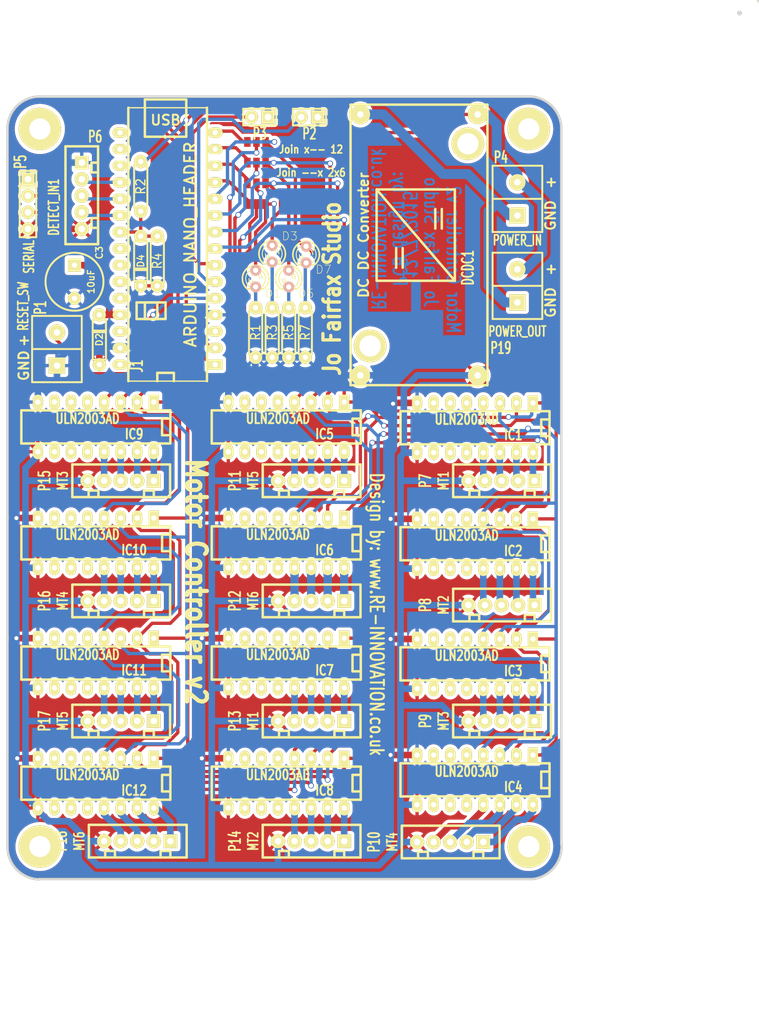
<source format=kicad_pcb>
(kicad_pcb (version 20221018) (generator pcbnew)
  (title_block (date "12 jul 2015"))
  (layers (0 "F.Cu" signal "Front") (31 "B.Cu" signal "Back") (34 "B.Paste" user) (35 "F.Paste" user) (36 "B.SilkS" user "B.Silkscreen") (37 "F.SilkS" user "F.Silkscreen") (38 "B.Mask" user) (39 "F.Mask" user) (44 "Edge.Cuts" user))
  (net 0 "")
  (net 1 "+5V")
  (net 2 "/MotorDrivers1/STEP_IN1")
  (net 3 "/MotorDrivers1/STEP_IN2")
  (net 4 "/MotorDrivers1/STEP_IN3")
  (net 5 "/MotorDrivers1/STEP_IN4")
  (net 6 "/MotorDrivers2/STEP_IN1")
  (net 7 "/MotorDrivers2/STEP_IN2")
  (net 8 "/MotorDrivers2/STEP_IN3")
  (net 9 "/MotorDrivers2/STEP_IN4")
  (net 10 "/PowerSupply/V_SUPPLY+")
  (net 11 "/PowerSupply/V_SUPPLY_GND")
  (net 12 "GND")
  (net 13 "Net-(C3-Pad1)")
  (net 14 "Net-(D1-Pad2)")
  (net 15 "Net-(D3-Pad2)")
  (net 16 "Net-(D5-Pad2)")
  (net 17 "Net-(D7-Pad2)")
  (net 18 "Net-(IC1-Pad5)")
  (net 19 "Net-(IC1-Pad6)")
  (net 20 "Net-(IC1-Pad7)")
  (net 21 "Net-(IC1-Pad10)")
  (net 22 "Net-(IC1-Pad11)")
  (net 23 "Net-(IC1-Pad12)")
  (net 24 "Net-(IC1-Pad13)")
  (net 25 "Net-(IC1-Pad14)")
  (net 26 "Net-(IC1-Pad15)")
  (net 27 "Net-(IC1-Pad16)")
  (net 28 "Net-(IC2-Pad5)")
  (net 29 "Net-(IC2-Pad6)")
  (net 30 "Net-(IC2-Pad7)")
  (net 31 "Net-(IC2-Pad10)")
  (net 32 "Net-(IC2-Pad11)")
  (net 33 "Net-(IC2-Pad12)")
  (net 34 "Net-(IC2-Pad13)")
  (net 35 "Net-(IC2-Pad14)")
  (net 36 "Net-(IC2-Pad15)")
  (net 37 "Net-(IC2-Pad16)")
  (net 38 "Net-(IC3-Pad5)")
  (net 39 "Net-(IC3-Pad6)")
  (net 40 "Net-(IC3-Pad7)")
  (net 41 "Net-(IC3-Pad10)")
  (net 42 "Net-(IC3-Pad11)")
  (net 43 "Net-(IC3-Pad12)")
  (net 44 "Net-(IC3-Pad13)")
  (net 45 "Net-(IC3-Pad14)")
  (net 46 "Net-(IC3-Pad15)")
  (net 47 "Net-(IC3-Pad16)")
  (net 48 "Net-(IC4-Pad5)")
  (net 49 "Net-(IC4-Pad6)")
  (net 50 "Net-(IC4-Pad7)")
  (net 51 "Net-(IC4-Pad10)")
  (net 52 "Net-(IC4-Pad11)")
  (net 53 "Net-(IC4-Pad12)")
  (net 54 "Net-(IC4-Pad13)")
  (net 55 "Net-(IC4-Pad14)")
  (net 56 "Net-(IC4-Pad15)")
  (net 57 "Net-(IC4-Pad16)")
  (net 58 "Net-(IC5-Pad5)")
  (net 59 "Net-(IC5-Pad6)")
  (net 60 "Net-(IC5-Pad7)")
  (net 61 "Net-(IC5-Pad10)")
  (net 62 "Net-(IC5-Pad11)")
  (net 63 "Net-(IC5-Pad12)")
  (net 64 "Net-(IC5-Pad13)")
  (net 65 "Net-(IC5-Pad14)")
  (net 66 "Net-(IC5-Pad15)")
  (net 67 "Net-(IC5-Pad16)")
  (net 68 "Net-(IC6-Pad5)")
  (net 69 "Net-(IC6-Pad6)")
  (net 70 "Net-(IC6-Pad7)")
  (net 71 "Net-(IC6-Pad10)")
  (net 72 "Net-(IC6-Pad11)")
  (net 73 "Net-(IC6-Pad12)")
  (net 74 "Net-(IC6-Pad13)")
  (net 75 "Net-(IC6-Pad14)")
  (net 76 "Net-(IC6-Pad15)")
  (net 77 "Net-(IC6-Pad16)")
  (net 78 "Net-(IC7-Pad5)")
  (net 79 "Net-(IC7-Pad6)")
  (net 80 "Net-(IC7-Pad7)")
  (net 81 "Net-(IC7-Pad10)")
  (net 82 "Net-(IC7-Pad11)")
  (net 83 "Net-(IC7-Pad12)")
  (net 84 "Net-(IC7-Pad13)")
  (net 85 "Net-(IC7-Pad14)")
  (net 86 "Net-(IC7-Pad15)")
  (net 87 "Net-(IC7-Pad16)")
  (net 88 "Net-(IC8-Pad5)")
  (net 89 "Net-(IC8-Pad6)")
  (net 90 "Net-(IC8-Pad7)")
  (net 91 "Net-(IC8-Pad10)")
  (net 92 "Net-(IC8-Pad11)")
  (net 93 "Net-(IC8-Pad12)")
  (net 94 "Net-(IC8-Pad13)")
  (net 95 "Net-(IC8-Pad14)")
  (net 96 "Net-(IC8-Pad15)")
  (net 97 "Net-(IC8-Pad16)")
  (net 98 "Net-(IC9-Pad5)")
  (net 99 "Net-(IC9-Pad6)")
  (net 100 "Net-(IC9-Pad7)")
  (net 101 "Net-(IC9-Pad10)")
  (net 102 "Net-(IC9-Pad11)")
  (net 103 "Net-(IC9-Pad12)")
  (net 104 "Net-(IC9-Pad13)")
  (net 105 "Net-(IC9-Pad14)")
  (net 106 "Net-(IC9-Pad15)")
  (net 107 "Net-(IC9-Pad16)")
  (net 108 "Net-(IC10-Pad5)")
  (net 109 "Net-(IC10-Pad6)")
  (net 110 "Net-(IC10-Pad7)")
  (net 111 "Net-(IC10-Pad10)")
  (net 112 "Net-(IC10-Pad11)")
  (net 113 "Net-(IC10-Pad12)")
  (net 114 "Net-(IC10-Pad13)")
  (net 115 "Net-(IC10-Pad14)")
  (net 116 "Net-(IC10-Pad15)")
  (net 117 "Net-(IC10-Pad16)")
  (net 118 "Net-(IC11-Pad5)")
  (net 119 "Net-(IC11-Pad6)")
  (net 120 "Net-(IC11-Pad7)")
  (net 121 "Net-(IC11-Pad10)")
  (net 122 "Net-(IC11-Pad11)")
  (net 123 "Net-(IC11-Pad12)")
  (net 124 "Net-(IC11-Pad13)")
  (net 125 "Net-(IC11-Pad14)")
  (net 126 "Net-(IC11-Pad15)")
  (net 127 "Net-(IC11-Pad16)")
  (net 128 "Net-(IC12-Pad5)")
  (net 129 "Net-(IC12-Pad6)")
  (net 130 "Net-(IC12-Pad7)")
  (net 131 "Net-(IC12-Pad10)")
  (net 132 "Net-(IC12-Pad11)")
  (net 133 "Net-(IC12-Pad12)")
  (net 134 "Net-(IC12-Pad13)")
  (net 135 "Net-(IC12-Pad14)")
  (net 136 "Net-(IC12-Pad15)")
  (net 137 "Net-(IC12-Pad16)")
  (net 138 "Net-(J1-Pad1)")
  (net 139 "Net-(J1-Pad2)")
  (net 140 "Net-(J1-Pad3)")
  (net 141 "Net-(J1-Pad5)")
  (net 142 "Net-(J1-Pad6)")
  (net 143 "Net-(J1-Pad7)")
  (net 144 "Net-(J1-Pad12)")
  (net 145 "Net-(J1-Pad13)")
  (net 146 "Net-(J1-Pad14)")
  (net 147 "Net-(J1-Pad15)")
  (net 148 "Net-(J1-Pad16)")
  (net 149 "Net-(J1-Pad17)")
  (net 150 "Net-(J1-Pad18)")
  (net 151 "Net-(J1-Pad19)")
  (net 152 "Net-(J1-Pad20)")
  (net 153 "Net-(J1-Pad21)")
  (net 154 "Net-(J1-Pad23)")
  (net 155 "Net-(J1-Pad24)")
  (net 156 "Net-(J1-Pad25)")
  (net 157 "Net-(J1-Pad26)")
  (net 158 "Net-(J1-Pad28)")
  (net 159 "Net-(J1-Pad30)")
  (net 160 "Net-(MH1-Pad1)")
  (net 161 "Net-(D4-Pad1)")
  (footprint "reinnovation-footprints:PCB_85x120_4hole" (layer "F.Cu") (at 86.205 38.895)
    (fp_text reference "MH1" hide)
    (fp_text value "CONN_1" hide)
  )
  (footprint "reinnovation-footprints:C2V8_large_pads" (layer "F.Cu") (at 96.52 67.31 -90)
    (fp_text reference "C3")
    (fp_text value "10uF")
  )
  (footprint "reinnovation-footprints:led-LED3MM_matt" (layer "F.Cu") (at 124.305 66.835 -90)
    (fp_text reference "D1")
    (fp_text value "LED" hide)
  )
  (footprint "reinnovation-footprints:led-LED3MM_matt" (layer "F.Cu") (at 126.845 63.025 -90)
    (fp_text reference "D3")
    (fp_text value "LED" hide)
  )
  (footprint "reinnovation-footprints:led-LED3MM_matt" (layer "F.Cu") (at 129.385 66.835 -90)
    (fp_text reference "D5")
    (fp_text value "LED" hide)
  )
  (footprint "reinnovation-footprints:led-LED3MM_matt" (layer "F.Cu") (at 132.052 63.152 -90)
    (fp_text reference "D7")
    (fp_text value "LED" hide)
  )
  (footprint "reinnovation-footprints:DC-DC-5V-2A" (layer "F.Cu") (at 159.865 40.165 -90)
    (fp_text reference "DCDC1")
    (fp_text value "DC-DC_GENERIC" hide)
  )
  (footprint "reinnovation-footprints:DIP_30_600_NANO" (layer "F.Cu") (at 110.49 55.88 90)
    (fp_text reference "J1")
    (fp_text value "ARDUINO_NANO_HEADER")
  )
  (footprint "reinnovation-footprints:SIL-3_SOLDER" (layer "F.Cu") (at 123.035 55.405 180)
    (fp_text reference "K1" hide)
    (fp_text value "CONN_3" hide)
  )
  (footprint "reinnovation-footprints:SIL-3_SOLDER" (layer "F.Cu") (at 123.035 49.055 180)
    (fp_text reference "K2" hide)
    (fp_text value "CONN_3" hide)
  )
  (footprint "reinnovation-footprints:SIL-3_SOLDER" (layer "F.Cu") (at 123.035 52.23 180)
    (fp_text reference "K3" hide)
    (fp_text value "CONN_3" hide)
  )
  (footprint "reinnovation-footprints:SIL-3_SOLDER" (layer "F.Cu") (at 123.035 45.88 180)
    (fp_text reference "K4" hide)
    (fp_text value "CONN_3" hide)
  )
  (footprint "reinnovation-footprints:SIL-2_screw_terminal" (layer "F.Cu") (at 93.825 80.17 90)
    (fp_text reference "P1")
    (fp_text value "RESET_SW")
  )
  (footprint "reinnovation-footprints:SIL-2_screw_terminal" (layer "F.Cu") (at 164.465 57.15 90)
    (fp_text reference "P4")
    (fp_text value "POWER_IN")
  )
  (footprint "reinnovation-footprints:SIL-4_large_pad" (layer "F.Cu") (at 89.38 55.405 -90)
    (fp_text reference "P5")
    (fp_text value "SERIAL")
  )
  (footprint "reinnovation-footprints:SIL-5_JST_5WAY" (layer "F.Cu") (at 97.635 49.055 -90)
    (fp_text reference "P6")
    (fp_text value "DETECT_IN1")
  )
  (footprint "reinnovation-footprints:SIL-5_JST_5WAY" (layer "F.Cu") (at 167.104 97.823 180)
    (fp_text reference "P7")
    (fp_text value "MT1")
  )
  (footprint "reinnovation-footprints:SIL-5_JST_5WAY" (layer "F.Cu") (at 167.104 116.873 180)
    (fp_text reference "P8")
    (fp_text value "MT2")
  )
  (footprint "reinnovation-footprints:SIL-5_JST_5WAY" (layer "F.Cu") (at 167.104 134.653 180)
    (fp_text reference "P9")
    (fp_text value "MT3")
  )
  (footprint "reinnovation-footprints:SIL-5_JST_5WAY" (layer "F.Cu") (at 159.23 153.195 180)
    (fp_text reference "P10")
    (fp_text value "MT4")
  )
  (footprint "reinnovation-footprints:SIL-5_JST_5WAY" (layer "F.Cu") (at 137.894 97.823 180)
    (fp_text reference "P11")
    (fp_text value "MT5")
  )
  (footprint "reinnovation-footprints:SIL-5_JST_5WAY" (layer "F.Cu") (at 137.894 116.238 180)
    (fp_text reference "P12")
    (fp_text value "MT6")
  )
  (footprint "reinnovation-footprints:SIL-5_JST_5WAY" (layer "F.Cu") (at 137.894 134.653 180)
    (fp_text reference "P13")
    (fp_text value "MT1")
  )
  (footprint "reinnovation-footprints:SIL-5_JST_5WAY" (layer "F.Cu") (at 137.894 153.068 180)
    (fp_text reference "P14")
    (fp_text value "MT2")
  )
  (footprint "reinnovation-footprints:SIL-5_JST_5WAY" (layer "F.Cu") (at 108.684 97.823 180)
    (fp_text reference "P15")
    (fp_text value "MT3")
  )
  (footprint "reinnovation-footprints:SIL-5_JST_5WAY" (layer "F.Cu") (at 108.684 116.238 180)
    (fp_text reference "P16")
    (fp_text value "MT4")
  )
  (footprint "reinnovation-footprints:SIL-5_JST_5WAY" (layer "F.Cu") (at 108.684 134.653 180)
    (fp_text reference "P17")
    (fp_text value "MT5")
  )
  (footprint "reinnovation-footprints:SIL-5_JST_5WAY" (layer "F.Cu") (at 111.224 153.068 180)
    (fp_text reference "P18")
    (fp_text value "MT6")
  )
  (footprint "reinnovation-footprints:SIL-2_screw_terminal" (layer "F.Cu") (at 164.465 70.485 90)
    (fp_text reference "P19")
    (fp_text value "POWER_OUT")
  )
  (footprint "reinnovation-footprints:R3-LARGE_PADS_0_8_hole" (layer "F.Cu") (at 124.305 75.09 -90)
    (fp_text reference "R1")
    (fp_text value "330" hide)
  )
  (footprint "reinnovation-footprints:R3-LARGE_PADS_0_8_hole" (layer "F.Cu") (at 126.845 75.09 -90)
    (fp_text reference "R3")
    (fp_text value "330" hide)
  )
  (footprint "reinnovation-footprints:R3-LARGE_PADS_0_8_hole" (layer "F.Cu") (at 129.385 75.09 -90)
    (fp_text reference "R5")
    (fp_text value "330" hide)
  )
  (footprint "reinnovation-footprints:R3-LARGE_PADS_0_8_hole" (layer "F.Cu") (at 131.925 75.09 -90)
    (fp_text reference "R7")
    (fp_text value "330" hide)
  )
  (footprint "matts_components:D3_lg_pad" (layer "F.Cu") (at 100.33 76.2 90)
    (fp_text reference "D2")
    (fp_text value "1N4001" hide)
  )
  (footprint "reinnovation-footprints:DIP-16__300_ELL" (layer "F.Cu") (at 157.96 89.695 180)
    (fp_text reference "IC1")
    (fp_text value "ULN2003AD")
  )
  (footprint "reinnovation-footprints:DIP-16__300_ELL" (layer "F.Cu") (at 157.96 107.475 180)
    (fp_text reference "IC2")
    (fp_text value "ULN2003AD")
  )
  (footprint "reinnovation-footprints:DIP-16__300_ELL" (layer "F.Cu") (at 157.96 125.89 180)
    (fp_text reference "IC3")
    (fp_text value "ULN2003AD")
  )
  (footprint "reinnovation-footprints:DIP-16__300_ELL" (layer "F.Cu") (at 157.96 143.67 180)
    (fp_text reference "IC4")
    (fp_text value "ULN2003AD")
  )
  (footprint "reinnovation-footprints:DIP-16__300_ELL" (layer "F.Cu") (at 129.004 89.568 180)
    (fp_text reference "IC5")
    (fp_text value "ULN2003AD")
  )
  (footprint "reinnovation-footprints:DIP-16__300_ELL" (layer "F.Cu") (at 129.004 107.348 180)
    (fp_text reference "IC6")
    (fp_text value "ULN2003AD")
  )
  (footprint "reinnovation-footprints:DIP-16__300_ELL" (layer "F.Cu") (at 129.004 125.763 180)
    (fp_text reference "IC7")
    (fp_text value "ULN2003AD")
  )
  (footprint "reinnovation-footprints:DIP-16__300_ELL" (layer "F.Cu") (at 129.004 144.178 180)
    (fp_text reference "IC8")
    (fp_text value "ULN2003AD")
  )
  (footprint "reinnovation-footprints:DIP-16__300_ELL" (layer "F.Cu") (at 99.794 89.568 180)
    (fp_text reference "IC9")
    (fp_text value "ULN2003AD")
  )
  (footprint "reinnovation-footprints:DIP-16__300_ELL" (layer "F.Cu") (at 99.794 107.348 180)
    (fp_text reference "IC10")
    (fp_text value "ULN2003AD")
  )
  (footprint "reinnovation-footprints:DIP-16__300_ELL" (layer "F.Cu") (at 99.794 125.763 180)
    (fp_text reference "IC11")
    (fp_text value "ULN2003AD")
  )
  (footprint "reinnovation-footprints:DIP-16__300_ELL" (layer "F.Cu") (at 99.794 144.178 180)
    (fp_text reference "IC12")
    (fp_text value "ULN2003AD")
  )
  (footprint "matts_components:SIL-2_lg_pad_1mm" (layer "F.Cu") (at 132.56 42.07 180)
    (fp_text reference "P2")
    (fp_text value "SW1" hide)
  )
  (footprint "matts_components:SIL-2_lg_pad_1mm" (layer "F.Cu") (at 124.94 42.07 180)
    (fp_text reference "P3")
    (fp_text value "SW2" hide)
  )
  (footprint "reinnovation-footprints:R3-LARGE_PADS_0_8_hole" (layer "F.Cu") (at 106.68 52.705 -90)
    (fp_text reference "R2")
    (fp_text value "100k" hide)
  )
  (footprint "reinnovation-footprints:R3-LARGE_PADS_0_8_hole" (layer "F.Cu") (at 109.22 64.135 -90)
    (fp_text reference "R4")
    (fp_text value "10k" hide)
  )
  (footprint "matts_components:D3_lg_pad" (layer "F.Cu") (at 106.68 64.135 -90)
    (fp_text reference "D4")
    (fp_text value "DIODESCH" hide)
  )
  (gr_line (start 171.196 44.069) (end 171.196 44.1325) (stroke (width 0.381)) (layer "Edge.Cuts"))
  (gr_line (start 91.059 158.877) (end 166.878 158.877) (stroke (width 0.381)) (layer "Edge.Cuts"))
  (gr_arc (start 91.186 158.9405) (mid 87.657398 157.4263) (end 86.233 153.8605) (stroke (width 0.381)) (layer "Edge.Cuts"))
  (gr_line (start 86.233 43.7515) (end 86.233 153.8605) (stroke (width 0.381)) (layer "Edge.Cuts"))
  (gr_arc (start 86.233 43.688) (mid 87.818404 40.241496) (end 91.3765 38.9255) (stroke (width 0.381)) (layer "Edge.Cuts"))
  (gr_line (start 171.196 153.6065) (end 171.196 44.069) (stroke (width 0.381)) (layer "Edge.Cuts"))
  (gr_arc (start 171.196 153.289) (mid 170.194313 156.977287) (end 166.878 158.877) (stroke (width 0.381)) (layer "Edge.Cuts"))
  (gr_arc (start 166.497 38.9255) (mid 169.924905 40.555805) (end 171.196 44.1325) (stroke (width 0.381)) (layer "Edge.Cuts"))
  (gr_line (start 166.4335 38.9255) (end 91.313 38.9255) (stroke (width 0.381)) (layer "Edge.Cuts"))
  (gr_text "12/7/2015" (at 147.927 60.104 270) (layer "B.Cu") (effects (font (size 2.032 1.524) (thickness 0.3048)) (justify mirror)))
  (gr_text "Motor Controller v2" (at 154.658 63.914 270) (layer "B.Cu") (effects (font (size 2.032 1.524) (thickness 0.3048)) (justify mirror)))
  (gr_text "Jo Fairfax Studio" (at 151.229 61.247 270) (layer "B.Cu") (effects (font (size 2.032 1.524) (thickness 0.3048)) (justify mirror)))
  (gr_text "PCB design by:\nRE-INNOVATION.co.uk" (at 144.752 59.215 270) (layer "B.Cu") (effects (font (size 2.032 1.524) (thickness 0.3048)) (justify mirror)))
  (gr_text "Join x-- 12" (at 132.814 47.023) (layer "F.SilkS") (effects (font (size 1.2 1) (thickness 0.25))))
  (gr_text "Jo Fairfax Studio" (at 136.017 68.3895 90) (layer "F.SilkS") (effects (font (size 2.54 2.032) (thickness 0.508))))
  (gr_text "Join --x 2x6" (at 132.814 50.579) (layer "F.SilkS") (effects (font (size 1.2 1) (thickness 0.25))))
  (gr_text "Design by: www.RE-INNOVATION.co.uk" (at 142.875 118.3005 270) (layer "F.SilkS") (effects (font (size 2.032 1.524) (thickness 0.3048))))
  (gr_text "Motor Controller v2" (at 115.161 113.317 270) (layer "F.SilkS") (effects (font (size 3.048 2.54) (thickness 0.635))))
  (target plus (at 201.544 24.128) (size 0.005) (width 0.381) (layer "Edge.Cuts"))
  (target plus (at 201.544 24.128) (size 0.005) (width 0.381) (layer "Edge.Cuts"))
  (target plus (at 198.544 26.128) (size 0.005) (width 0.381) (layer "Edge.Cuts"))
  (segment (start 90.904 92.997) (end 88.618 90.711) (width 1.016) (layer "F.Cu") (net 1))
  (segment (start 88.618 90.711) (end 88.618 71.12) (width 1.016) (layer "F.Cu") (net 1))
  (segment (start 96.111 59.215) (end 97.635 59.215) (width 1.016) (layer "F.Cu") (net 1))
  (segment (start 88.646 71.12) (end 88.618 71.12) (width 0.508) (layer "F.Cu") (net 1))
  (segment (start 93.98 71.12) (end 100.33 77.47) (width 1.016) (layer "F.Cu") (net 1))
  (segment (start 100.33 77.47) (end 100.33 80.01) (width 1.016) (layer "F.Cu") (net 1))
  (segment (start 89.154 64.135) (end 91.694 61.595) (width 1.016) (layer "F.Cu") (net 1))
  (segment (start 94.074 59.215) (end 96.111 59.215) (width 1.016) (layer "F.Cu") (net 1))
  (segment (start 89.38 59.281) (end 91.694 61.595) (width 1.016) (layer "F.Cu") (net 1))
  (segment (start 91.694 61.595) (end 94.074 59.215) (width 1.016) (layer "F.Cu") (net 1))
  (segment (start 89.154 64.135) (end 94.074 59.215) (width 1.016) (layer "F.Cu") (net 1))
  (segment (start 88.646 64.643) (end 89.154 64.135) (width 1.016) (layer "F.Cu") (net 1))
  (segment (start 88.646 71.12) (end 93.98 71.12) (width 1.016) (layer "F.Cu") (net 1))
  (segment (start 88.646 71.12) (end 88.646 64.643) (width 1.016) (layer "F.Cu") (net 1))
  (segment (start 90.904 93.378) (end 90.904 92.997) (width 1.016) (layer "F.Cu") (net 1))
  (segment (start 89.38 59.215) (end 89.38 59.281) (width 1.016) (layer "F.Cu") (net 1))
  (segment (start 147.165 93.505) (end 146.53 94.14) (width 1.016) (layer "B.Cu") (net 1))
  (segment (start 146.53 94.14) (end 146.53 97.95) (width 1.016) (layer "B.Cu") (net 1))
  (segment (start 146.53 153.195) (end 146.784 153.195) (width 1.016) (layer "B.Cu") (net 1))
  (segment (start 146.53 148.115) (end 146.53 153.195) (width 1.016) (layer "B.Cu") (net 1))
  (segment (start 155.293 134.653) (end 152.88 132.24) (width 1.016) (layer "B.Cu") (net 1))
  (segment (start 152.88 132.24) (end 146.53 132.24) (width 1.016) (layer "B.Cu") (net 1))
  (segment (start 146.53 132.24) (end 146.53 147.48) (width 1.016) (layer "B.Cu") (net 1))
  (segment (start 146.53 129.7) (end 146.53 132.24) (width 1.016) (layer "B.Cu") (net 1))
  (segment (start 146.53 116.873) (end 146.53 117) (width 1.016) (layer "B.Cu") (net 1))
  (segment (start 146.53 117) (end 146.53 129.7) (width 1.016) (layer "B.Cu") (net 1))
  (segment (start 146.53 111.285) (end 146.53 117) (width 1.016) (layer "B.Cu") (net 1))
  (segment (start 146.53 97.823) (end 146.53 97.95) (width 1.016) (layer "B.Cu") (net 1))
  (segment (start 146.53 97.95) (end 146.53 111.285) (width 1.016) (layer "B.Cu") (net 1))
  (segment (start 146.53 147.48) (end 146.53 148.115) (width 1.016) (layer "B.Cu") (net 1))
  (segment (start 119.352 93.378) (end 117.574 95.156) (width 1.016) (layer "B.Cu") (net 1))
  (segment (start 117.574 95.156) (end 117.574 97.823) (width 1.016) (layer "B.Cu") (net 1))
  (segment (start 117.574 147.988) (end 117.574 153.068) (width 1.016) (layer "B.Cu") (net 1))
  (segment (start 90.904 148.369) (end 92.555 150.02) (width 1.016) (layer "B.Cu") (net 1))
  (segment (start 92.555 150.02) (end 95.603 150.02) (width 1.016) (layer "B.Cu") (net 1))
  (segment (start 95.603 150.02) (end 98.651 153.068) (width 1.016) (layer "B.Cu") (net 1))
  (segment (start 98.651 153.068) (end 101.064 153.068) (width 1.016) (layer "B.Cu") (net 1))
  (segment (start 98.651 155.354) (end 100.048 156.751) (width 1.016) (layer "B.Cu") (net 1))
  (segment (start 100.048 156.751) (end 117.574 156.751) (width 1.016) (layer "B.Cu") (net 1))
  (segment (start 143.228 156.751) (end 146.784 153.195) (width 1.016) (layer "B.Cu") (net 1))
  (segment (start 146.784 153.195) (end 149.07 153.195) (width 1.016) (layer "B.Cu") (net 1))
  (segment (start 117.574 156.751) (end 127.607 156.751) (width 1.016) (layer "B.Cu") (net 1))
  (segment (start 127.734 156.751) (end 127.607 156.751) (width 1.016) (layer "B.Cu") (net 1))
  (segment (start 127.607 156.751) (end 143.228 156.751) (width 1.016) (layer "B.Cu") (net 1))
  (segment (start 88.999 146.083) (end 90.904 147.988) (width 1.016) (layer "B.Cu") (net 1))
  (segment (start 88.999 134.653) (end 88.999 146.083) (width 1.016) (layer "B.Cu") (net 1))
  (segment (start 88.999 97.823) (end 88.999 111.158) (width 1.016) (layer "B.Cu") (net 1))
  (segment (start 88.999 111.158) (end 88.999 116.238) (width 1.016) (layer "B.Cu") (net 1))
  (segment (start 88.999 116.238) (end 88.999 129.446) (width 1.016) (layer "B.Cu") (net 1))
  (segment (start 88.999 129.573) (end 88.999 129.446) (width 1.016) (layer "B.Cu") (net 1))
  (segment (start 88.999 129.446) (end 88.999 134.653) (width 1.016) (layer "B.Cu") (net 1))
  (segment (start 149.099 81.665) (end 147.038 83.726) (width 1.016) (layer "B.Cu") (net 1))
  (segment (start 147.038 83.726) (end 147.038 93.378) (width 1.016) (layer "B.Cu") (net 1))
  (segment (start 147.038 93.378) (end 147.165 93.505) (width 1.016) (layer "B.Cu") (net 1))
  (segment (start 117.574 97.823) (end 117.574 111.158) (width 1.016) (layer "B.Cu") (net 1))
  (segment (start 117.574 111.158) (end 118.082 111.158) (width 1.016) (layer "B.Cu") (net 1))
  (segment (start 118.082 111.158) (end 117.574 111.158) (width 1.016) (layer "B.Cu") (net 1))
  (segment (start 117.574 111.158) (end 117.574 116.238) (width 1.016) (layer "B.Cu") (net 1))
  (segment (start 117.574 116.238) (end 117.574 129.573) (width 1.016) (layer "B.Cu") (net 1))
  (segment (start 117.574 129.573) (end 117.574 134.653) (width 1.016) (layer "B.Cu") (net 1))
  (segment (start 117.574 134.653) (end 117.574 147.988) (width 1.016) (layer "B.Cu") (net 1))
  (segment (start 90.904 93.95712) (end 88.999 95.86212) (width 1.016) (layer "B.Cu") (net 1))
  (segment (start 159.225 80.805) (end 158.365 81.665) (width 1.016) (layer "B.Cu") (net 1))
  (segment (start 127.734 97.823) (end 117.574 97.823) (width 1.016) (layer "B.Cu") (net 1))
  (segment (start 127.734 116.238) (end 117.574 116.238) (width 1.016) (layer "B.Cu") (net 1))
  (segment (start 90.904 129.573) (end 88.999 129.573) (width 1.016) (layer "B.Cu") (net 1))
  (segment (start 149.07 129.7) (end 146.53 129.7) (width 1.016) (layer "B.Cu") (net 1))
  (segment (start 127.734 153.068) (end 127.734 156.751) (width 1.016) (layer "B.Cu") (net 1))
  (segment (start 158.365 81.665) (end 149.099 81.665) (width 1.016) (layer "B.Cu") (net 1))
  (segment (start 120.114 129.573) (end 117.574 129.573) (width 1.016) (layer "B.Cu") (net 1))
  (segment (start 149.07 93.505) (end 147.165 93.505) (width 1.016) (layer "B.Cu") (net 1))
  (segment (start 90.904 93.378) (end 90.904 93.95712) (width 1.016) (layer "B.Cu") (net 1))
  (segment (start 156.944 97.823) (end 146.53 97.823) (width 1.016) (layer "B.Cu") (net 1))
  (segment (start 98.524 97.823) (end 88.999 97.823) (width 1.016) (layer "B.Cu") (net 1))
  (segment (start 98.524 116.238) (end 88.999 116.238) (width 1.016) (layer "B.Cu") (net 1))
  (segment (start 90.904 111.158) (end 88.999 111.158) (width 1.016) (layer "B.Cu") (net 1))
  (segment (start 120.114 93.378) (end 119.352 93.378) (width 1.016) (layer "B.Cu") (net 1))
  (segment (start 98.524 134.653) (end 88.999 134.653) (width 1.016) (layer "B.Cu") (net 1))
  (segment (start 127.734 134.653) (end 117.574 134.653) (width 1.016) (layer "B.Cu") (net 1))
  (segment (start 98.651 153.068) (end 98.651 155.354) (width 1.016) (layer "B.Cu") (net 1))
  (segment (start 120.114 147.988) (end 117.574 147.988) (width 1.016) (layer "B.Cu") (net 1))
  (segment (start 120.114 111.158) (end 117.574 111.158) (width 1.016) (layer "B.Cu") (net 1))
  (segment (start 156.944 116.873) (end 146.53 116.873) (width 1.016) (layer "B.Cu") (net 1))
  (segment (start 90.904 147.988) (end 90.904 148.369) (width 1.016) (layer "B.Cu") (net 1))
  (segment (start 149.07 111.285) (end 146.53 111.285) (width 1.016) (layer "B.Cu") (net 1))
  (segment (start 156.944 134.653) (end 155.293 134.653) (width 1.016) (layer "B.Cu") (net 1))
  (segment (start 117.574 153.068) (end 117.574 156.751) (width 1.016) (layer "B.Cu") (net 1))
  (segment (start 88.999 97.823) (end 88.999 95.86212) (width 1.016) (layer "B.Cu") (net 1))
  (segment (start 149.07 147.48) (end 146.53 147.48) (width 1.016) (layer "B.Cu") (net 1))
  (segment (start 127.1244 55.3796) (end 127.099 55.405) (width 0.508) (layer "F.Cu") (net 2))
  (segment (start 127.099 55.405) (end 125.829 55.405) (width 0.508) (layer "F.Cu") (net 2))
  (segment (start 124.305 59.723) (end 125.829 58.199) (width 0.508) (layer "F.Cu") (net 2))
  (segment (start 125.829 58.199) (end 125.829 55.405) (width 0.508) (layer "F.Cu") (net 2))
  (segment (start 170.152 85.885) (end 170.406 86.139) (width 0.508) (layer "F.Cu") (net 2))
  (segment (start 170.406 86.139) (end 170.406 99.093) (width 0.508) (layer "F.Cu") (net 2))
  (segment (start 170.406 137.574) (end 168.12 139.86) (width 0.508) (layer "F.Cu") (net 2))
  (segment (start 168.12 139.86) (end 166.85 139.86) (width 0.508) (layer "F.Cu") (net 2))
  (segment (start 170.406 99.093) (end 170.406 103.665) (width 0.508) (layer "F.Cu") (net 2))
  (segment (start 170.406 103.665) (end 170.406 120.556) (width 0.508) (layer "F.Cu") (net 2))
  (segment (start 170.406 122.08) (end 170.406 137.574) (width 0.508) (layer "F.Cu") (net 2))
  (segment (start 141.069 85.758) (end 142.847 87.536) (width 0.508) (layer "F.Cu") (net 2))
  (segment (start 142.847 87.536) (end 142.847 88.2345) (width 0.508) (layer "F.Cu") (net 2))
  (segment (start 137.894 102.903) (end 141.196 99.601) (width 0.508) (layer "F.Cu") (net 2))
  (segment (start 141.196 99.601) (end 141.196 90.2665) (width 0.508) (layer "F.Cu") (net 2))
  (segment (start 141.196 90.2665) (end 142.847 88.6155) (width 0.508) (layer "F.Cu") (net 2))
  (segment (start 141.069 85.758) (end 142.847 87.536) (width 0.508) (layer "F.Cu") (net 2))
  (segment (start 142.847 87.536) (end 142.847 88.1075) (width 0.508) (layer "F.Cu") (net 2))
  (segment (start 142.847 88.2345) (end 142.847 88.6155) (width 0.508) (layer "F.Cu") (net 2))
  (segment (start 142.847 88.1075) (end 142.847 88.2345) (width 0.508) (layer "F.Cu") (net 2))
  (segment (start 163.04 88.1075) (end 163.1035 88.044) (width 0.508) (layer "F.Cu") (net 2))
  (segment (start 142.847 88.1075) (end 163.04 88.1075) (width 0.508) (layer "F.Cu") (net 2))
  (segment (start 137.894 85.758) (end 141.069 85.758) (width 0.508) (layer "F.Cu") (net 2))
  (segment (start 170.406 120.556) (end 170.406 122.08) (width 0.508) (layer "F.Cu") (net 2))
  (segment (start 166.85 85.885) (end 170.152 85.885) (width 0.508) (layer "F.Cu") (net 2))
  (segment (start 137.894 85.758) (end 137.894 57.818) (width 0.508) (layer "F.Cu") (net 2))
  (segment (start 124.305 65.565) (end 124.305 59.723) (width 0.508) (layer "F.Cu") (net 2))
  (segment (start 137.894 103.538) (end 137.894 102.903) (width 0.508) (layer "F.Cu") (net 2))
  (segment (start 166.85 122.08) (end 170.406 122.08) (width 0.508) (layer "F.Cu") (net 2))
  (segment (start 166.85 103.665) (end 170.406 103.665) (width 0.508) (layer "F.Cu") (net 2))
  (via (at 137.894 57.818) (size 0.889) (drill 0.635) (layers "F.Cu" "B.Cu") (net 2))
  (via (at 127.1244 55.3796) (size 0.889) (drill 0.635) (layers "F.Cu" "B.Cu") (net 2))
  (via (at 163.1035 88.044) (size 0.889) (drill 0.635) (layers "F.Cu" "B.Cu") (net 2))
  (segment (start 163.1035 88.044) (end 166.342 88.044) (width 0.508) (layer "B.Cu") (net 2))
  (segment (start 166.342 88.044) (end 166.6595 87.7265) (width 0.508) (layer "B.Cu") (net 2))
  (segment (start 166.6595 87.7265) (end 166.6595 86.0755) (width 0.508) (layer "B.Cu") (net 2))
  (segment (start 166.6595 86.0755) (end 166.85 85.885) (width 0.508) (layer "B.Cu") (net 2))
  (segment (start 122.908 62.009) (end 127.1244 57.7926) (width 0.508) (layer "B.Cu") (net 2))
  (segment (start 127.1244 57.7926) (end 127.1244 55.3796) (width 0.508) (layer "B.Cu") (net 2))
  (segment (start 137.894 57.818) (end 137.8686 57.7926) (width 0.508) (layer "B.Cu") (net 2))
  (segment (start 137.8686 57.7926) (end 127.1244 57.7926) (width 0.508) (layer "B.Cu") (net 2))
  (segment (start 118.082 62.009) (end 122.908 62.009) (width 0.508) (layer "B.Cu") (net 2))
  (segment (start 127.0736 52.23) (end 125.829 52.23) (width 0.508) (layer "F.Cu") (net 3))
  (segment (start 126.845 57.691) (end 128.115 56.421) (width 0.508) (layer "F.Cu") (net 3))
  (segment (start 128.115 56.421) (end 128.115 54.135) (width 0.508) (layer "F.Cu") (net 3))
  (segment (start 128.115 54.135) (end 126.21 52.23) (width 0.508) (layer "F.Cu") (net 3))
  (segment (start 126.21 52.23) (end 125.829 52.23) (width 0.508) (layer "F.Cu") (net 3))
  (segment (start 169.263 89.949) (end 169.263 95.664) (width 0.508) (layer "F.Cu") (net 3))
  (segment (start 169.263 136.685) (end 168.12 137.828) (width 0.508) (layer "F.Cu") (net 3))
  (segment (start 168.12 137.828) (end 165.199 137.828) (width 0.508) (layer "F.Cu") (net 3))
  (segment (start 165.199 137.828) (end 164.31 138.717) (width 0.508) (layer "F.Cu") (net 3))
  (segment (start 164.31 138.717) (end 164.31 139.86) (width 0.508) (layer "F.Cu") (net 3))
  (segment (start 164.31 103.284) (end 165.834 101.76) (width 0.508) (layer "F.Cu") (net 3))
  (segment (start 165.834 101.76) (end 168.628 101.76) (width 0.508) (layer "F.Cu") (net 3))
  (segment (start 168.628 101.76) (end 169.263 101.125) (width 0.508) (layer "F.Cu") (net 3))
  (segment (start 169.263 101.125) (end 169.263 98.204) (width 0.508) (layer "F.Cu") (net 3))
  (segment (start 164.31 104.046) (end 165.707 105.443) (width 0.508) (layer "F.Cu") (net 3))
  (segment (start 165.707 105.443) (end 167.993 105.443) (width 0.508) (layer "F.Cu") (net 3))
  (segment (start 167.993 105.443) (end 169.263 106.713) (width 0.508) (layer "F.Cu") (net 3))
  (segment (start 169.263 106.713) (end 169.263 110.269) (width 0.508) (layer "F.Cu") (net 3))
  (segment (start 169.263 110.269) (end 169.263 117.381) (width 0.508) (layer "F.Cu") (net 3))
  (segment (start 169.263 117.635) (end 167.104 119.794) (width 0.508) (layer "F.Cu") (net 3))
  (segment (start 167.104 119.794) (end 165.326 119.794) (width 0.508) (layer "F.Cu") (net 3))
  (segment (start 165.326 119.794) (end 164.31 120.81) (width 0.508) (layer "F.Cu") (net 3))
  (segment (start 164.31 120.81) (end 164.31 122.08) (width 0.508) (layer "F.Cu") (net 3))
  (segment (start 164.31 122.969) (end 165.453 124.112) (width 0.508) (layer "F.Cu") (net 3))
  (segment (start 165.453 124.112) (end 167.485 124.112) (width 0.508) (layer "F.Cu") (net 3))
  (segment (start 167.485 124.112) (end 169.263 125.89) (width 0.508) (layer "F.Cu") (net 3))
  (segment (start 169.263 125.89) (end 169.263 136.685) (width 0.508) (layer "F.Cu") (net 3))
  (segment (start 136.37 87.917) (end 135.354 86.901) (width 0.508) (layer "F.Cu") (net 3))
  (segment (start 135.354 86.901) (end 135.354 85.758) (width 0.508) (layer "F.Cu") (net 3))
  (segment (start 141.577 87.917) (end 141.196 88.298) (width 0.508) (layer "F.Cu") (net 3))
  (segment (start 135.354 101.633) (end 137.005 99.982) (width 0.508) (layer "F.Cu") (net 3))
  (segment (start 137.005 99.982) (end 138.9735 99.982) (width 0.508) (layer "F.Cu") (net 3))
  (segment (start 138.9735 99.982) (end 140.3705 98.585) (width 0.508) (layer "F.Cu") (net 3))
  (segment (start 140.3705 98.585) (end 140.3705 89.3775) (width 0.508) (layer "F.Cu") (net 3))
  (segment (start 140.3705 89.3775) (end 138.91 87.917) (width 0.508) (layer "F.Cu") (net 3))
  (segment (start 138.91 87.917) (end 136.37 87.917) (width 0.508) (layer "F.Cu") (net 3))
  (segment (start 140.2435 89.2505) (end 140.3705 89.3775) (width 0.508) (layer "F.Cu") (net 3))
  (segment (start 162.532 89.3775) (end 143.99 89.3775) (width 0.508) (layer "F.Cu") (net 3))
  (segment (start 163.421 89.3775) (end 164.2465 88.552) (width 0.508) (layer "F.Cu") (net 3))
  (segment (start 164.2465 88.552) (end 164.31 88.4885) (width 0.508) (layer "F.Cu") (net 3))
  (segment (start 167.866 88.552) (end 168.9455 89.6315) (width 0.508) (layer "F.Cu") (net 3))
  (segment (start 168.9455 89.6315) (end 169.263 89.949) (width 0.508) (layer "F.Cu") (net 3))
  (segment (start 135.354 84.488) (end 136.878 82.964) (width 0.508) (layer "F.Cu") (net 3))
  (segment (start 136.878 82.964) (end 136.878 52.23) (width 0.508) (layer "F.Cu") (net 3))
  (segment (start 169.263 95.664) (end 169.263 98.204) (width 0.508) (layer "F.Cu") (net 3))
  (segment (start 135.354 103.538) (end 135.354 101.633) (width 0.508) (layer "F.Cu") (net 3))
  (segment (start 169.263 117.381) (end 169.263 117.635) (width 0.508) (layer "F.Cu") (net 3))
  (segment (start 164.31 103.665) (end 164.31 103.284) (width 0.508) (layer "F.Cu") (net 3))
  (segment (start 135.354 85.758) (end 135.354 84.488) (width 0.508) (layer "F.Cu") (net 3))
  (segment (start 141.196 88.298) (end 140.2435 89.2505) (width 0.508) (layer "F.Cu") (net 3))
  (segment (start 164.31 85.885) (end 164.31 88.4885) (width 0.508) (layer "F.Cu") (net 3))
  (segment (start 164.2465 88.552) (end 167.866 88.552) (width 0.508) (layer "F.Cu") (net 3))
  (segment (start 164.31 122.08) (end 164.31 122.969) (width 0.508) (layer "F.Cu") (net 3))
  (segment (start 162.532 89.3775) (end 163.421 89.3775) (width 0.508) (layer "F.Cu") (net 3))
  (segment (start 126.845 61.755) (end 126.845 57.691) (width 0.508) (layer "F.Cu") (net 3))
  (segment (start 164.31 103.665) (end 164.31 104.046) (width 0.508) (layer "F.Cu") (net 3))
  (via (at 127.0736 52.23) (size 0.889) (drill 0.635) (layers "F.Cu" "B.Cu") (net 3))
  (via (at 143.99 89.3775) (size 0.889) (drill 0.635) (layers "F.Cu" "B.Cu") (net 3))
  (via (at 136.878 52.23) (size 0.889) (drill 0.635) (layers "F.Cu" "B.Cu") (net 3))
  (via (at 141.577 87.917) (size 0.889) (drill 0.635) (layers "F.Cu" "B.Cu") (net 3))
  (segment (start 143.99 89.3775) (end 142.5295 87.917) (width 0.508) (layer "B.Cu") (net 3))
  (segment (start 142.5295 87.917) (end 141.577 87.917) (width 0.508) (layer "B.Cu") (net 3))
  (segment (start 124.559 52.23) (end 127.0736 52.23) (width 0.508) (layer "B.Cu") (net 3))
  (segment (start 121.384 59.469) (end 123.797 57.056) (width 0.508) (layer "B.Cu") (net 3))
  (segment (start 123.797 57.056) (end 123.797 52.992) (width 0.508) (layer "B.Cu") (net 3))
  (segment (start 123.797 52.992) (end 124.559 52.23) (width 0.508) (layer "B.Cu") (net 3))
  (segment (start 136.878 52.23) (end 127.0736 52.23) (width 0.508) (layer "B.Cu") (net 3))
  (segment (start 118.082 59.469) (end 121.384 59.469) (width 0.508) (layer "B.Cu") (net 3))
  (segment (start 127.0736 49.0804) (end 127.0482 49.055) (width 0.508) (layer "F.Cu") (net 4))
  (segment (start 127.0482 49.055) (end 125.829 49.055) (width 0.508) (layer "F.Cu") (net 4))
  (segment (start 129.385 52.611) (end 125.829 49.055) (width 0.508) (layer "F.Cu") (net 4))
  (segment (start 143.9265 90.6475) (end 148.4985 90.6475) (width 0.508) (layer "F.Cu") (net 4))
  (segment (start 148.4985 90.6475) (end 163.802 90.6475) (width 0.508) (layer "F.Cu") (net 4))
  (segment (start 163.802 90.6475) (end 165.453 90.6475) (width 0.508) (layer "F.Cu") (net 4))
  (segment (start 165.453 90.6475) (end 166.088 90.0125) (width 0.508) (layer "F.Cu") (net 4))
  (segment (start 166.088 90.0125) (end 166.088 89.822) (width 0.508) (layer "F.Cu") (net 4))
  (segment (start 132.814 85.25) (end 135.735 82.329) (width 0.508) (layer "F.Cu") (net 4))
  (segment (start 135.735 82.329) (end 135.735 49.182) (width 0.508) (layer "F.Cu") (net 4))
  (segment (start 132.814 85.758) (end 132.814 85.25) (width 0.508) (layer "F.Cu") (net 4))
  (segment (start 129.385 65.565) (end 129.385 52.611) (width 0.508) (layer "F.Cu") (net 4))
  (via (at 127.0736 49.0804) (size 0.889) (drill 0.635) (layers "F.Cu" "B.Cu") (net 4))
  (via (at 166.088 89.822) (size 0.889) (drill 0.635) (layers "F.Cu" "B.Cu") (net 4))
  (via (at 135.735 49.182) (size 0.889) (drill 0.635) (layers "F.Cu" "B.Cu") (net 4))
  (via (at 143.9265 90.6475) (size 0.889) (drill 0.635) (layers "F.Cu" "B.Cu") (net 4))
  (segment (start 170.406 136.685) (end 169.263 137.828) (width 0.508) (layer "B.Cu") (net 4))
  (segment (start 169.263 137.828) (end 163.802 137.828) (width 0.508) (layer "B.Cu") (net 4))
  (segment (start 163.802 137.828) (end 161.77 139.86) (width 0.508) (layer "B.Cu") (net 4))
  (segment (start 161.77 102.522) (end 163.04 101.252) (width 0.508) (layer "B.Cu") (net 4))
  (segment (start 163.04 101.252) (end 170.406 101.252) (width 0.508) (layer "B.Cu") (net 4))
  (segment (start 170.406 101.252) (end 170.406 120.175) (width 0.508) (layer "B.Cu") (net 4))
  (segment (start 161.77 121.064) (end 162.659 120.175) (width 0.508) (layer "B.Cu") (net 4))
  (segment (start 162.659 120.175) (end 170.406 120.175) (width 0.508) (layer "B.Cu") (net 4))
  (segment (start 170.406 120.175) (end 170.406 136.685) (width 0.508) (layer "B.Cu") (net 4))
  (segment (start 161.77 88.6155) (end 163.294 90.1395) (width 0.508) (layer "B.Cu") (net 4))
  (segment (start 163.294 90.1395) (end 166.088 90.1395) (width 0.508) (layer "B.Cu") (net 4))
  (segment (start 169.136 90.1395) (end 170.406 91.4095) (width 0.508) (layer "B.Cu") (net 4))
  (segment (start 170.406 91.4095) (end 170.406 101.252) (width 0.508) (layer "B.Cu") (net 4))
  (segment (start 132.814 87.0915) (end 135.0365 89.314) (width 0.508) (layer "B.Cu") (net 4))
  (segment (start 135.0365 89.314) (end 141.3865 89.314) (width 0.508) (layer "B.Cu") (net 4))
  (segment (start 141.3865 89.314) (end 143.101 91.0285) (width 0.508) (layer "B.Cu") (net 4))
  (segment (start 166.088 89.822) (end 166.088 90.1395) (width 0.508) (layer "B.Cu") (net 4))
  (segment (start 166.088 90.1395) (end 169.136 90.1395) (width 0.508) (layer "B.Cu") (net 4))
  (segment (start 132.814 102.9665) (end 134.6555 101.125) (width 0.508) (layer "B.Cu") (net 4))
  (segment (start 134.6555 101.125) (end 140.4975 101.125) (width 0.508) (layer "B.Cu") (net 4))
  (segment (start 140.4975 101.125) (end 143.101 98.5215) (width 0.508) (layer "B.Cu") (net 4))
  (segment (start 143.101 98.5215) (end 143.101 91.0285) (width 0.508) (layer "B.Cu") (net 4))
  (segment (start 143.4185 90.711) (end 143.863 90.711) (width 0.508) (layer "B.Cu") (net 4))
  (segment (start 143.863 90.711) (end 143.9265 90.6475) (width 0.508) (layer "B.Cu") (net 4))
  (segment (start 123.1366 49.0804) (end 127.0736 49.0804) (width 0.508) (layer "B.Cu") (net 4))
  (segment (start 120.241 56.929) (end 121.892 55.278) (width 0.508) (layer "B.Cu") (net 4))
  (segment (start 121.892 55.278) (end 121.892 50.325) (width 0.508) (layer "B.Cu") (net 4))
  (segment (start 121.892 50.325) (end 123.1366 49.0804) (width 0.508) (layer "B.Cu") (net 4))
  (segment (start 135.735 49.182) (end 135.6334 49.0804) (width 0.508) (layer "B.Cu") (net 4))
  (segment (start 135.6334 49.0804) (end 127.0736 49.0804) (width 0.508) (layer "B.Cu") (net 4))
  (segment (start 132.814 85.758) (end 132.814 87.0915) (width 0.508) (layer "B.Cu") (net 4))
  (segment (start 118.082 56.929) (end 120.241 56.929) (width 0.508) (layer "B.Cu") (net 4))
  (segment (start 143.101 91.0285) (end 143.4185 90.711) (width 0.508) (layer "B.Cu") (net 4))
  (segment (start 161.77 85.885) (end 161.77 88.6155) (width 0.508) (layer "B.Cu") (net 4))
  (segment (start 161.77 122.08) (end 161.77 121.064) (width 0.508) (layer "B.Cu") (net 4))
  (segment (start 161.77 103.665) (end 161.77 102.522) (width 0.508) (layer "B.Cu") (net 4))
  (segment (start 132.814 103.538) (end 132.814 102.9665) (width 0.508) (layer "B.Cu") (net 4))
  (segment (start 127.1752 45.88) (end 125.829 45.88) (width 0.508) (layer "F.Cu") (net 5))
  (segment (start 131.671 61.882) (end 130.401 60.612) (width 0.508) (layer "F.Cu") (net 5))
  (segment (start 130.401 60.612) (end 130.401 50.452) (width 0.508) (layer "F.Cu") (net 5))
  (segment (start 130.401 50.452) (end 125.829 45.88) (width 0.508) (layer "F.Cu") (net 5))
  (segment (start 142.212 91.981) (end 145.768 91.981) (width 0.508) (layer "F.Cu") (net 5))
  (segment (start 145.768 91.981) (end 146.149 91.6) (width 0.508) (layer "F.Cu") (net 5))
  (segment (start 146.149 91.6) (end 167.5485 91.6) (width 0.508) (layer "F.Cu") (net 5))
  (segment (start 130.274 85.504) (end 134.592 81.186) (width 0.508) (layer "F.Cu") (net 5))
  (segment (start 134.592 81.186) (end 134.592 64.422) (width 0.508) (layer "F.Cu") (net 5))
  (segment (start 134.592 64.422) (end 132.052 61.882) (width 0.508) (layer "F.Cu") (net 5))
  (segment (start 130.274 85.758) (end 130.274 85.504) (width 0.508) (layer "F.Cu") (net 5))
  (segment (start 132.052 61.882) (end 131.671 61.882) (width 0.508) (layer "F.Cu") (net 5))
  (via (at 142.212 91.981) (size 0.889) (drill 0.635) (layers "F.Cu" "B.Cu") (net 5))
  (via (at 167.5485 91.6) (size 0.889) (drill 0.635) (layers "F.Cu" "B.Cu") (net 5))
  (via (at 127.1752 45.88) (size 0.889) (drill 0.635) (layers "F.Cu" "B.Cu") (net 5))
  (segment (start 169.263 136.05) (end 168.628 136.685) (width 0.508) (layer "B.Cu") (net 5))
  (segment (start 168.628 136.685) (end 161.262 136.685) (width 0.508) (layer "B.Cu") (net 5))
  (segment (start 161.262 136.685) (end 159.23 138.717) (width 0.508) (layer "B.Cu") (net 5))
  (segment (start 159.23 138.717) (end 159.23 139.86) (width 0.508) (layer "B.Cu") (net 5))
  (segment (start 169.263 125.128) (end 169.263 136.05) (width 0.508) (layer "B.Cu") (net 5))
  (segment (start 161.135 125.128) (end 159.23 123.223) (width 0.508) (layer "B.Cu") (net 5))
  (segment (start 159.23 123.223) (end 159.23 122.08) (width 0.508) (layer "B.Cu") (net 5))
  (segment (start 169.263 99.347) (end 168.374 100.236) (width 0.508) (layer "B.Cu") (net 5))
  (segment (start 168.374 100.236) (end 161.516 100.236) (width 0.508) (layer "B.Cu") (net 5))
  (segment (start 161.516 100.236) (end 159.23 102.522) (width 0.508) (layer "B.Cu") (net 5))
  (segment (start 159.23 102.522) (end 159.23 103.665) (width 0.508) (layer "B.Cu") (net 5))
  (segment (start 159.23 103.919) (end 161.008 105.697) (width 0.508) (layer "B.Cu") (net 5))
  (segment (start 161.008 105.697) (end 168.12 105.697) (width 0.508) (layer "B.Cu") (net 5))
  (segment (start 168.12 105.697) (end 169.263 106.84) (width 0.508) (layer "B.Cu") (net 5))
  (segment (start 169.263 106.84) (end 169.263 110.904) (width 0.508) (layer "B.Cu") (net 5))
  (segment (start 169.263 110.904) (end 169.263 117.381) (width 0.508) (layer "B.Cu") (net 5))
  (segment (start 169.263 117.762) (end 167.866 119.159) (width 0.508) (layer "B.Cu") (net 5))
  (segment (start 167.866 119.159) (end 161.008 119.159) (width 0.508) (layer "B.Cu") (net 5))
  (segment (start 161.008 119.159) (end 159.23 120.937) (width 0.508) (layer "B.Cu") (net 5))
  (segment (start 159.23 120.937) (end 159.23 122.08) (width 0.508) (layer "B.Cu") (net 5))
  (segment (start 130.274 103.03) (end 133.068 100.236) (width 0.508) (layer "B.Cu") (net 5))
  (segment (start 133.068 100.236) (end 140.053 100.236) (width 0.508) (layer "B.Cu") (net 5))
  (segment (start 140.053 100.236) (end 141.958 98.331) (width 0.508) (layer "B.Cu") (net 5))
  (segment (start 141.958 98.331) (end 141.958 93.4415) (width 0.508) (layer "B.Cu") (net 5))
  (segment (start 159.23 88.679) (end 161.643 91.092) (width 0.508) (layer "B.Cu") (net 5))
  (segment (start 161.643 91.092) (end 167.5485 91.092) (width 0.508) (layer "B.Cu") (net 5))
  (segment (start 168.1835 91.092) (end 169.263 92.1715) (width 0.508) (layer "B.Cu") (net 5))
  (segment (start 169.263 92.1715) (end 169.263 97.696) (width 0.508) (layer "B.Cu") (net 5))
  (segment (start 130.274 87.5995) (end 133.7665 91.092) (width 0.508) (layer "B.Cu") (net 5))
  (segment (start 133.7665 91.092) (end 139.6085 91.092) (width 0.508) (layer "B.Cu") (net 5))
  (segment (start 139.6085 91.092) (end 141.958 93.4415) (width 0.508) (layer "B.Cu") (net 5))
  (segment (start 141.958 92.235) (end 142.212 91.981) (width 0.508) (layer "B.Cu") (net 5))
  (segment (start 167.5485 91.6) (end 167.5485 91.092) (width 0.508) (layer "B.Cu") (net 5))
  (segment (start 167.5485 91.092) (end 168.1835 91.092) (width 0.508) (layer "B.Cu") (net 5))
  (segment (start 119.987 47.15) (end 121.257 45.88) (width 0.508) (layer "B.Cu") (net 5))
  (segment (start 121.257 45.88) (end 127.1752 45.88) (width 0.508) (layer "B.Cu") (net 5))
  (segment (start 118.082 54.262) (end 119.987 52.357) (width 0.508) (layer "B.Cu") (net 5))
  (segment (start 119.987 52.357) (end 119.987 47.15) (width 0.508) (layer "B.Cu") (net 5))
  (segment (start 159.23 85.885) (end 159.23 88.679) (width 0.508) (layer "B.Cu") (net 5))
  (segment (start 169.263 97.696) (end 169.263 99.347) (width 0.508) (layer "B.Cu") (net 5))
  (segment (start 141.958 93.4415) (end 141.958 92.235) (width 0.508) (layer "B.Cu") (net 5))
  (segment (start 159.23 103.665) (end 159.23 103.919) (width 0.508) (layer "B.Cu") (net 5))
  (segment (start 169.263 117.381) (end 169.263 117.762) (width 0.508) (layer "B.Cu") (net 5))
  (segment (start 118.082 54.389) (end 118.082 54.262) (width 0.508) (layer "B.Cu") (net 5))
  (segment (start 130.274 85.758) (end 130.274 87.5995) (width 0.508) (layer "B.Cu") (net 5))
  (segment (start 169.263 125.128) (end 161.135 125.128) (width 0.508) (layer "B.Cu") (net 5))
  (segment (start 130.274 103.538) (end 130.274 103.03) (width 0.508) (layer "B.Cu") (net 5))
  (segment (start 112.367 140.368) (end 114.399 142.4) (width 0.508) (layer "F.Cu") (net 6))
  (segment (start 114.399 142.4) (end 137.4495 142.4) (width 0.508) (layer "F.Cu") (net 6))
  (segment (start 137.4495 142.4) (end 137.894 141.9555) (width 0.508) (layer "F.Cu") (net 6))
  (segment (start 137.894 141.9555) (end 137.894 140.368) (width 0.508) (layer "F.Cu") (net 6))
  (segment (start 139.545 121.953) (end 143.482 125.89) (width 0.508) (layer "F.Cu") (net 6))
  (segment (start 143.482 125.89) (end 143.482 136.431) (width 0.508) (layer "F.Cu") (net 6))
  (segment (start 143.482 136.431) (end 139.545 140.368) (width 0.508) (layer "F.Cu") (net 6))
  (segment (start 139.545 140.368) (end 137.894 140.368) (width 0.508) (layer "F.Cu") (net 6))
  (segment (start 112.494 140.368) (end 113.891 138.971) (width 0.508) (layer "F.Cu") (net 6))
  (segment (start 113.891 138.971) (end 113.891 121.953) (width 0.508) (layer "F.Cu") (net 6))
  (segment (start 113.7005 103.538) (end 113.891 103.7285) (width 0.508) (layer "F.Cu") (net 6))
  (segment (start 113.891 103.7285) (end 113.891 88.73996) (width 0.508) (layer "F.Cu") (net 6))
  (segment (start 113.891 121.953) (end 113.891 103.7285) (width 0.508) (layer "F.Cu") (net 6))
  (segment (start 110.90904 85.758) (end 113.891 88.73996) (width 0.508) (layer "F.Cu") (net 6))
  (segment (start 114.28216 88.73996) (end 118.04644 84.97568) (width 0.508) (layer "F.Cu") (net 6))
  (segment (start 124.432 57.39128) (end 124.432 55.405) (width 0.508) (layer "F.Cu") (net 6))
  (segment (start 118.06676 84.97568) (end 119.1996 83.84284) (width 0.508) (layer "F.Cu") (net 6))
  (segment (start 119.1996 83.84284) (end 120.9522 83.84284) (width 0.508) (layer "F.Cu") (net 6))
  (segment (start 120.9522 83.84284) (end 122.59304 82.202) (width 0.508) (layer "F.Cu") (net 6))
  (segment (start 122.59304 82.202) (end 122.59304 64.295) (width 0.508) (layer "F.Cu") (net 6))
  (segment (start 122.59304 63.21296) (end 123.416 62.39) (width 0.508) (layer "F.Cu") (net 6))
  (segment (start 123.416 62.39) (end 123.416 58.40728) (width 0.508) (layer "F.Cu") (net 6))
  (segment (start 123.416 58.40728) (end 124.432 57.39128) (width 0.508) (layer "F.Cu") (net 6))
  (segment (start 113.891 88.73996) (end 114.28216 88.73996) (width 0.508) (layer "F.Cu") (net 6))
  (segment (start 112.367 140.368) (end 112.494 140.368) (width 0.508) (layer "F.Cu") (net 6))
  (segment (start 118.04644 84.97568) (end 118.06676 84.97568) (width 0.508) (layer "F.Cu") (net 6))
  (segment (start 108.684 85.758) (end 110.90904 85.758) (width 0.508) (layer "F.Cu") (net 6))
  (segment (start 137.894 121.953) (end 139.545 121.953) (width 0.508) (layer "F.Cu") (net 6))
  (segment (start 108.684 140.368) (end 112.367 140.368) (width 0.508) (layer "F.Cu") (net 6))
  (segment (start 122.59304 64.295) (end 122.59304 63.21296) (width 0.508) (layer "F.Cu") (net 6))
  (segment (start 108.684 103.538) (end 113.7005 103.538) (width 0.508) (layer "F.Cu") (net 6))
  (segment (start 108.684 121.953) (end 113.891 121.953) (width 0.508) (layer "F.Cu") (net 6))
  (segment (start 106.144 140.8125) (end 108.4935 143.162) (width 0.508) (layer "F.Cu") (net 7))
  (segment (start 108.4935 143.162) (end 134.846 143.162) (width 0.508) (layer "F.Cu") (net 7))
  (segment (start 134.846 143.162) (end 135.354 143.67) (width 0.508) (layer "F.Cu") (net 7))
  (segment (start 135.354 139.987) (end 136.878 138.463) (width 0.508) (layer "F.Cu") (net 7))
  (segment (start 136.878 138.463) (end 140.2435 138.463) (width 0.508) (layer "F.Cu") (net 7))
  (segment (start 140.2435 138.463) (end 142.5295 136.177) (width 0.508) (layer "F.Cu") (net 7))
  (segment (start 142.5295 136.177) (end 142.5295 126.144) (width 0.508) (layer "F.Cu") (net 7))
  (segment (start 142.5295 126.144) (end 140.307 123.9215) (width 0.508) (layer "F.Cu") (net 7))
  (segment (start 140.307 123.9215) (end 136.3065 123.9215) (width 0.508) (layer "F.Cu") (net 7))
  (segment (start 136.3065 123.9215) (end 135.354 122.969) (width 0.508) (layer "F.Cu") (net 7))
  (segment (start 135.354 122.969) (end 135.354 121.953) (width 0.508) (layer "F.Cu") (net 7))
  (segment (start 106.144 86.2025) (end 107.6045 87.663) (width 0.508) (layer "F.Cu") (net 7))
  (segment (start 107.6045 87.663) (end 111.6685 87.663) (width 0.508) (layer "F.Cu") (net 7))
  (segment (start 111.6685 87.663) (end 112.621 88.6155) (width 0.508) (layer "F.Cu") (net 7))
  (segment (start 112.621 88.6155) (end 112.621 99.093) (width 0.508) (layer "F.Cu") (net 7))
  (segment (start 112.621 99.093) (end 110.462 101.252) (width 0.508) (layer "F.Cu") (net 7))
  (segment (start 110.462 101.252) (end 107.287 101.252) (width 0.508) (layer "F.Cu") (net 7))
  (segment (start 107.287 101.252) (end 106.144 102.395) (width 0.508) (layer "F.Cu") (net 7))
  (segment (start 106.144 102.395) (end 106.144 103.538) (width 0.508) (layer "F.Cu") (net 7))
  (segment (start 106.144 104.8715) (end 106.7155 105.443) (width 0.508) (layer "F.Cu") (net 7))
  (segment (start 106.7155 105.443) (end 111.097 105.443) (width 0.508) (layer "F.Cu") (net 7))
  (segment (start 111.097 105.443) (end 112.6845 107.0305) (width 0.508) (layer "F.Cu") (net 7))
  (segment (start 112.6845 107.0305) (end 112.6845 118.2065) (width 0.508) (layer "F.Cu") (net 7))
  (segment (start 112.6845 118.2065) (end 111.224 119.667) (width 0.508) (layer "F.Cu") (net 7))
  (segment (start 111.224 119.667) (end 108.43 119.667) (width 0.508) (layer "F.Cu") (net 7))
  (segment (start 108.43 119.667) (end 106.144 121.953) (width 0.508) (layer "F.Cu") (net 7))
  (segment (start 106.144 122.461) (end 108.049 124.366) (width 0.508) (layer "F.Cu") (net 7))
  (segment (start 108.049 124.366) (end 111.0335 124.366) (width 0.508) (layer "F.Cu") (net 7))
  (segment (start 111.0335 124.366) (end 112.367 125.6995) (width 0.508) (layer "F.Cu") (net 7))
  (segment (start 112.367 125.6995) (end 112.367 136.431) (width 0.508) (layer "F.Cu") (net 7))
  (segment (start 106.144 139.606) (end 107.4775 138.2725) (width 0.508) (layer "F.Cu") (net 7))
  (segment (start 107.4775 138.2725) (end 110.5255 138.2725) (width 0.508) (layer "F.Cu") (net 7))
  (segment (start 110.5255 138.2725) (end 112.367 136.431) (width 0.508) (layer "F.Cu") (net 7))
  (segment (start 106.144 85.1738) (end 107.52576 83.79204) (width 0.508) (layer "F.Cu") (net 7))
  (segment (start 107.52576 83.79204) (end 116.7358 83.79204) (width 0.508) (layer "F.Cu") (net 7))
  (segment (start 118.16836 83.79204) (end 118.844 83.1164) (width 0.508) (layer "F.Cu") (net 7))
  (segment (start 118.844 83.1164) (end 120.5204 83.1164) (width 0.508) (layer "F.Cu") (net 7))
  (segment (start 120.5204 83.1164) (end 121.8666 81.7702) (width 0.508) (layer "F.Cu") (net 7))
  (segment (start 121.8666 81.7702) (end 121.8666 63.787) (width 0.508) (layer "F.Cu") (net 7))
  (segment (start 121.8666 61.0184) (end 122.4 60.485) (width 0.508) (layer "F.Cu") (net 7))
  (segment (start 125.067 53.754) (end 124.432 53.119) (width 0.508) (layer "F.Cu") (net 7))
  (segment (start 124.432 53.119) (end 124.432 52.23) (width 0.508) (layer "F.Cu") (net 7))
  (segment (start 106.144 85.758) (end 106.144 86.2025) (width 0.508) (layer "F.Cu") (net 7))
  (segment (start 106.144 140.368) (end 106.144 139.606) (width 0.508) (layer "F.Cu") (net 7))
  (segment (start 106.144 85.758) (end 106.144 85.1738) (width 0.508) (layer "F.Cu") (net 7))
  (segment (start 116.7358 83.79204) (end 118.16836 83.79204) (width 0.508) (layer "F.Cu") (net 7))
  (segment (start 135.354 140.368) (end 135.354 139.987) (width 0.508) (layer "F.Cu") (net 7))
  (segment (start 121.8666 63.787) (end 121.8666 61.0184) (width 0.508) (layer "F.Cu") (net 7))
  (segment (start 106.144 140.368) (end 106.144 140.8125) (width 0.508) (layer "F.Cu") (net 7))
  (segment (start 106.144 103.538) (end 106.144 104.8715) (width 0.508) (layer "F.Cu") (net 7))
  (segment (start 106.144 121.953) (end 106.144 122.461) (width 0.508) (layer "F.Cu") (net 7))
  (via (at 122.4 60.485) (size 0.889) (drill 0.635) (layers "F.Cu" "B.Cu") (net 7))
  (via (at 125.067 53.754) (size 0.889) (drill 0.635) (layers "F.Cu" "B.Cu") (net 7))
  (via (at 135.354 143.67) (size 0.889) (drill 0.635) (layers "F.Cu" "B.Cu") (net 7))
  (segment (start 135.354 143.67) (end 135.354 140.368) (width 0.508) (layer "B.Cu") (net 7))
  (segment (start 122.4 60.485) (end 125.067 57.818) (width 0.508) (layer "B.Cu") (net 7))
  (segment (start 125.067 57.818) (end 125.067 53.754) (width 0.508) (layer "B.Cu") (net 7))
  (segment (start 103.604 141.13) (end 106.525 144.051) (width 0.508) (layer "F.Cu") (net 8))
  (segment (start 106.525 144.051) (end 132.306 144.051) (width 0.508) (layer "F.Cu") (net 8))
  (segment (start 132.306 144.051) (end 132.814 144.559) (width 0.508) (layer "F.Cu") (net 8))
  (segment (start 132.814 123.223) (end 134.338 124.747) (width 0.508) (layer "F.Cu") (net 8))
  (segment (start 134.338 124.747) (end 139.926 124.747) (width 0.508) (layer "F.Cu") (net 8))
  (segment (start 139.926 124.747) (end 141.6405 126.4615) (width 0.508) (layer "F.Cu") (net 8))
  (segment (start 141.6405 126.4615) (end 141.6405 135.796) (width 0.508) (layer "F.Cu") (net 8))
  (segment (start 141.6405 135.796) (end 139.7355 137.701) (width 0.508) (layer "F.Cu") (net 8))
  (segment (start 139.7355 137.701) (end 134.9095 137.701) (width 0.508) (layer "F.Cu") (net 8))
  (segment (start 134.9095 137.701) (end 132.814 139.7965) (width 0.508) (layer "F.Cu") (net 8))
  (segment (start 132.814 139.7965) (end 132.814 140.368) (width 0.508) (layer "F.Cu") (net 8))
  (segment (start 103.604 85.504) (end 106.017 83.091) (width 0.508) (layer "F.Cu") (net 8))
  (segment (start 106.017 83.091) (end 117.701 83.091) (width 0.508) (layer "F.Cu") (net 8))
  (segment (start 117.701 83.091) (end 118.336 82.456) (width 0.508) (layer "F.Cu") (net 8))
  (segment (start 118.336 82.456) (end 120.114 82.456) (width 0.508) (layer "F.Cu") (net 8))
  (segment (start 120.114 82.456) (end 121.13 81.44) (width 0.508) (layer "F.Cu") (net 8))
  (segment (start 121.13 81.44) (end 121.13 80.043) (width 0.508) (layer "F.Cu") (net 8))
  (segment (start 121.13 80.043) (end 121.13 79.789) (width 0.508) (layer "F.Cu") (net 8))
  (segment (start 121.13 57.564) (end 121.638 57.056) (width 0.508) (layer "F.Cu") (net 8))
  (segment (start 124.432 50.706) (end 124.432 49.055) (width 0.508) (layer "F.Cu") (net 8))
  (segment (start 103.604 140.368) (end 103.604 141.13) (width 0.508) (layer "F.Cu") (net 8))
  (segment (start 103.604 85.758) (end 103.604 85.504) (width 0.508) (layer "F.Cu") (net 8))
  (segment (start 132.814 121.953) (end 132.814 123.223) (width 0.508) (layer "F.Cu") (net 8))
  (segment (start 121.13 80.043) (end 121.13 57.564) (width 0.508) (layer "F.Cu") (net 8))
  (via (at 132.814 144.559) (size 0.889) (drill 0.635) (layers "F.Cu" "B.Cu") (net 8))
  (via (at 124.432 50.706) (size 0.889) (drill 0.635) (layers "F.Cu" "B.Cu") (net 8))
  (via (at 121.638 57.056) (size 0.889) (drill 0.635) (layers "F.Cu" "B.Cu") (net 8))
  (segment (start 103.477 103.665) (end 103.604 103.538) (width 0.508) (layer "B.Cu") (net 8))
  (segment (start 132.814 144.559) (end 132.814 140.368) (width 0.508) (layer "B.Cu") (net 8))
  (segment (start 103.604 86.3295) (end 105.0645 87.79) (width 0.508) (layer "B.Cu") (net 8))
  (segment (start 105.0645 87.79) (end 110.97 87.79) (width 0.508) (layer "B.Cu") (net 8))
  (segment (start 110.97 87.79) (end 113.764 90.584) (width 0.508) (layer "B.Cu") (net 8))
  (segment (start 113.764 90.584) (end 113.764 106.459) (width 0.508) (layer "B.Cu") (net 8))
  (segment (start 113.764 137.0025) (end 112.621 138.1455) (width 0.508) (layer "B.Cu") (net 8))
  (segment (start 112.621 138.1455) (end 105.8265 138.1455) (width 0.508) (layer "B.Cu") (net 8))
  (segment (start 105.8265 138.1455) (end 103.604 140.368) (width 0.508) (layer "B.Cu") (net 8))
  (segment (start 103.604 123.0325) (end 104.874 124.3025) (width 0.508) (layer "B.Cu") (net 8))
  (segment (start 104.874 124.3025) (end 113.764 124.3025) (width 0.508) (layer "B.Cu") (net 8))
  (segment (start 113.764 124.3025) (end 113.764 137.0025) (width 0.508) (layer "B.Cu") (net 8))
  (segment (start 103.604 105.189) (end 104.874 106.459) (width 0.508) (layer "B.Cu") (net 8))
  (segment (start 104.874 106.459) (end 113.764 106.459) (width 0.508) (layer "B.Cu") (net 8))
  (segment (start 113.764 106.459) (end 113.764 124.3025) (width 0.508) (layer "B.Cu") (net 8))
  (segment (start 121.638 57.056) (end 122.654 56.04) (width 0.508) (layer "B.Cu") (net 8))
  (segment (start 122.654 56.04) (end 122.654 52.484) (width 0.508) (layer "B.Cu") (net 8))
  (segment (start 122.654 52.484) (end 124.432 50.706) (width 0.508) (layer "B.Cu") (net 8))
  (segment (start 103.604 85.758) (end 103.604 86.3295) (width 0.508) (layer "B.Cu") (net 8))
  (segment (start 103.604 103.538) (end 103.604 105.189) (width 0.508) (layer "B.Cu") (net 8))
  (segment (start 103.604 121.953) (end 103.604 123.0325) (width 0.508) (layer "B.Cu") (net 8))
  (segment (start 101.064 142.2095) (end 103.985 145.1305) (width 0.508) (layer "F.Cu") (net 9))
  (segment (start 103.985 145.1305) (end 130.147 145.1305) (width 0.508) (layer "F.Cu") (net 9))
  (segment (start 130.147 145.1305) (end 130.274 145.2575) (width 0.508) (layer "F.Cu") (net 9))
  (segment (start 130.274 139.0345) (end 132.4965 136.812) (width 0.508) (layer "F.Cu") (net 9))
  (segment (start 132.4965 136.812) (end 139.418 136.812) (width 0.508) (layer "F.Cu") (net 9))
  (segment (start 139.418 136.812) (end 140.815 135.415) (width 0.508) (layer "F.Cu") (net 9))
  (segment (start 140.815 135.415) (end 140.815 126.906) (width 0.508) (layer "F.Cu") (net 9))
  (segment (start 140.815 126.906) (end 139.4815 125.5725) (width 0.508) (layer "F.Cu") (net 9))
  (segment (start 139.4815 125.5725) (end 131.925 125.5725) (width 0.508) (layer "F.Cu") (net 9))
  (segment (start 131.925 125.5725) (end 130.274 123.9215) (width 0.508) (layer "F.Cu") (net 9))
  (segment (start 130.274 123.9215) (end 130.274 121.953) (width 0.508) (layer "F.Cu") (net 9))
  (segment (start 101.064 85.504) (end 104.239 82.329) (width 0.508) (layer "F.Cu") (net 9))
  (segment (start 104.239 82.329) (end 117.193 82.329) (width 0.508) (layer "F.Cu") (net 9))
  (segment (start 117.193 82.329) (end 117.828 81.694) (width 0.508) (layer "F.Cu") (net 9))
  (segment (start 117.828 81.694) (end 119.733 81.694) (width 0.508) (layer "F.Cu") (net 9))
  (segment (start 119.733 81.694) (end 120.368 81.059) (width 0.508) (layer "F.Cu") (net 9))
  (segment (start 120.368 81.059) (end 120.368 77.63) (width 0.508) (layer "F.Cu") (net 9))
  (segment (start 124.432 47.531) (end 124.432 45.88) (width 0.508) (layer "F.Cu") (net 9))
  (segment (start 130.274 140.368) (end 130.274 139.0345) (width 0.508) (layer "F.Cu") (net 9))
  (segment (start 101.064 85.758) (end 101.064 85.504) (width 0.508) (layer "F.Cu") (net 9))
  (segment (start 120.368 77.63) (end 120.368 54.389) (width 0.508) (layer "F.Cu") (net 9))
  (segment (start 101.064 140.368) (end 101.064 142.2095) (width 0.508) (layer "F.Cu") (net 9))
  (via (at 130.274 145.2575) (size 0.889) (drill 0.635) (layers "F.Cu" "B.Cu") (net 9))
  (via (at 120.368 54.389) (size 0.889) (drill 0.635) (layers "F.Cu" "B.Cu") (net 9))
  (via (at 124.432 47.531) (size 0.889) (drill 0.635) (layers "F.Cu" "B.Cu") (net 9))
  (segment (start 130.274 145.2575) (end 130.274 140.368) (width 0.508) (layer "B.Cu") (net 9))
  (segment (start 101.064 120.6195) (end 103.2865 118.397) (width 0.508) (layer "B.Cu") (net 9))
  (segment (start 103.2865 118.397) (end 111.1605 118.397) (width 0.508) (layer "B.Cu") (net 9))
  (segment (start 111.1605 118.397) (end 112.5575 117) (width 0.508) (layer "B.Cu") (net 9))
  (segment (start 112.5575 117) (end 112.5575 109.6975) (width 0.508) (layer "B.Cu") (net 9))
  (segment (start 112.5575 109.6975) (end 111.0335 108.1735) (width 0.508) (layer "B.Cu") (net 9))
  (segment (start 111.0335 108.1735) (end 103.6675 108.1735) (width 0.508) (layer "B.Cu") (net 9))
  (segment (start 103.6675 108.1735) (end 101.064 105.57) (width 0.508) (layer "B.Cu") (net 9))
  (segment (start 101.064 105.57) (end 101.064 103.538) (width 0.508) (layer "B.Cu") (net 9))
  (segment (start 101.064 102.649) (end 102.3975 101.3155) (width 0.508) (layer "B.Cu") (net 9))
  (segment (start 102.3975 101.3155) (end 110.6525 101.3155) (width 0.508) (layer "B.Cu") (net 9))
  (segment (start 110.6525 101.3155) (end 112.621 99.347) (width 0.508) (layer "B.Cu") (net 9))
  (segment (start 112.621 99.347) (end 112.621 91.7905) (width 0.508) (layer "B.Cu") (net 9))
  (segment (start 112.621 91.7905) (end 109.7635 88.933) (width 0.508) (layer "B.Cu") (net 9))
  (segment (start 109.7635 88.933) (end 102.969 88.933) (width 0.508) (layer "B.Cu") (net 9))
  (segment (start 102.969 88.933) (end 101.064 87.028) (width 0.508) (layer "B.Cu") (net 9))
  (segment (start 101.064 87.028) (end 101.064 85.758) (width 0.508) (layer "B.Cu") (net 9))
  (segment (start 101.064 139.5425) (end 103.604 137.0025) (width 0.508) (layer "B.Cu") (net 9))
  (segment (start 103.604 137.0025) (end 110.843 137.0025) (width 0.508) (layer "B.Cu") (net 9))
  (segment (start 110.843 137.0025) (end 112.494 135.3515) (width 0.508) (layer "B.Cu") (net 9))
  (segment (start 112.494 135.3515) (end 112.494 128.2395) (width 0.508) (layer "B.Cu") (net 9))
  (segment (start 112.494 128.2395) (end 110.3985 126.144) (width 0.508) (layer "B.Cu") (net 9))
  (segment (start 110.3985 126.144) (end 102.5245 126.144) (width 0.508) (layer "B.Cu") (net 9))
  (segment (start 102.5245 126.144) (end 101.064 124.6835) (width 0.508) (layer "B.Cu") (net 9))
  (segment (start 101.064 124.6835) (end 101.064 121.953) (width 0.508) (layer "B.Cu") (net 9))
  (segment (start 120.368 54.389) (end 120.876 53.881) (width 0.508) (layer "B.Cu") (net 9))
  (segment (start 120.876 53.881) (end 120.876 48.928) (width 0.508) (layer "B.Cu") (net 9))
  (segment (start 120.876 48.928) (end 122.273 47.531) (width 0.508) (layer "B.Cu") (net 9))
  (segment (start 122.273 47.531) (end 124.432 47.531) (width 0.508) (layer "B.Cu") (net 9))
  (segment (start 101.064 103.538) (end 101.064 102.649) (width 0.508) (layer "B.Cu") (net 9))
  (segment (start 101.064 121.953) (end 101.064 120.6195) (width 0.508) (layer "B.Cu") (net 9))
  (segment (start 101.064 140.368) (end 101.064 139.5425) (width 0.508) (layer "B.Cu") (net 9))
  (segment (start 101.064 140.368) (end 101.064 139.606) (width 0.508) (layer "B.Cu") (net 9))
  (segment (start 113.665 42.545) (end 116.205 40.005) (width 0.508) (layer "F.Cu") (net 10))
  (segment (start 116.205 40.005) (end 135.89 40.005) (width 0.508) (layer "F.Cu") (net 10))
  (segment (start 135.89 40.005) (end 137.16 41.275) (width 0.508) (layer "F.Cu") (net 10))
  (segment (start 137.16 41.275) (end 137.16 43.18) (width 0.508) (layer "F.Cu") (net 10))
  (segment (start 137.16 43.18) (end 138.43 44.45) (width 0.508) (layer "F.Cu") (net 10))
  (segment (start 138.43 44.45) (end 149.225 44.45) (width 0.508) (layer "F.Cu") (net 10))
  (segment (start 149.225 44.45) (end 152.01 41.665) (width 0.508) (layer "F.Cu") (net 10))
  (segment (start 152.01 41.665) (end 158.365 41.665) (width 0.508) (layer "F.Cu") (net 10))
  (via (at 113.665 42.545) (size 0.889) (drill 0.635) (layers "F.Cu" "B.Cu") (net 10))
  (segment (start 164.465 50.8) (end 161.29 47.625) (width 1.524) (layer "B.Cu") (net 10))
  (segment (start 161.29 47.625) (end 161.29 43.18) (width 1.524) (layer "B.Cu") (net 10))
  (segment (start 161.29 43.18) (end 159.775 41.665) (width 1.524) (layer "B.Cu") (net 10))
  (segment (start 159.775 41.665) (end 158.365 41.665) (width 1.524) (layer "B.Cu") (net 10))
  (segment (start 165.1 52.07) (end 168.275 55.245) (width 1.524) (layer "B.Cu") (net 10))
  (segment (start 168.275 55.245) (end 168.275 62.865) (width 1.524) (layer "B.Cu") (net 10))
  (segment (start 168.275 62.865) (end 165.735 65.405) (width 1.524) (layer "B.Cu") (net 10))
  (segment (start 165.735 65.405) (end 164.465 65.405) (width 1.524) (layer "B.Cu") (net 10))
  (segment (start 107.315 48.895) (end 113.665 42.545) (width 0.508) (layer "B.Cu") (net 10))
  (segment (start 164.465 52.07) (end 165.1 52.07) (width 1.524) (layer "B.Cu") (net 10))
  (segment (start 106.68 48.895) (end 107.315 48.895) (width 0.508) (layer "B.Cu") (net 10))
  (segment (start 164.31 65.565) (end 164.31 64.93) (width 1.016) (layer "B.Cu") (net 10))
  (segment (start 164.465 52.07) (end 164.465 50.8) (width 1.524) (layer "B.Cu") (net 10))
  (segment (start 163.195 57.15) (end 161.29 55.245) (width 1.524) (layer "B.Cu") (net 11))
  (segment (start 156.845 50.8) (end 153.035 50.8) (width 1.524) (layer "B.Cu") (net 11))
  (segment (start 153.035 50.8) (end 143.9 41.665) (width 1.524) (layer "B.Cu") (net 11))
  (segment (start 143.9 41.665) (end 140.365 41.665) (width 1.524) (layer "B.Cu") (net 11))
  (segment (start 162.56 70.485) (end 160.02 67.945) (width 1.524) (layer "B.Cu") (net 11))
  (segment (start 160.02 67.945) (end 160.02 56.515) (width 1.524) (layer "B.Cu") (net 11))
  (segment (start 160.02 56.515) (end 161.29 55.245) (width 1.524) (layer "B.Cu") (net 11))
  (segment (start 161.29 55.245) (end 156.845 50.8) (width 1.524) (layer "B.Cu") (net 11))
  (segment (start 164.465 57.15) (end 163.195 57.15) (width 1.524) (layer "B.Cu") (net 11))
  (segment (start 164.465 70.485) (end 162.56 70.485) (width 1.524) (layer "B.Cu") (net 11))
  (segment (start 145.514 85.885) (end 145.387 86.012) (width 1.016) (layer "F.Cu") (net 12))
  (segment (start 116.05 140.368) (end 120.114 140.368) (width 1.016) (layer "F.Cu") (net 12))
  (segment (start 90.904 103.538) (end 87.602 103.538) (width 1.016) (layer "F.Cu") (net 12))
  (segment (start 149.07 122.08) (end 145.006 122.08) (width 1.016) (layer "F.Cu") (net 12))
  (segment (start 149.07 85.885) (end 145.514 85.885) (width 1.016) (layer "F.Cu") (net 12))
  (segment (start 106.68 67.945) (end 109.22 67.945) (width 0.508) (layer "F.Cu") (net 12))
  (segment (start 120.114 121.953) (end 116.05 121.953) (width 1.016) (layer "F.Cu") (net 12))
  (segment (start 90.904 121.953) (end 87.602 121.953) (width 1.016) (layer "F.Cu") (net 12))
  (segment (start 149.07 103.665) (end 145.006 103.665) (width 1.016) (layer "F.Cu") (net 12))
  (segment (start 149.07 139.86) (end 145.006 139.86) (width 1.016) (layer "F.Cu") (net 12))
  (segment (start 90.904 140.368) (end 87.729 140.368) (width 1.016) (layer "F.Cu") (net 12))
  (segment (start 120.114 103.538) (end 115.923 103.538) (width 1.016) (layer "F.Cu") (net 12))
  (via (at 116.05 140.368) (size 0.889) (drill 0.635) (layers "F.Cu" "B.Cu") (net 12))
  (via (at 87.602 121.953) (size 0.889) (drill 0.635) (layers "F.Cu" "B.Cu") (net 12))
  (via (at 87.729 140.368) (size 0.889) (drill 0.635) (layers "F.Cu" "B.Cu") (net 12))
  (via (at 116.05 121.953) (size 0.889) (drill 0.635) (layers "F.Cu" "B.Cu") (net 12))
  (via (at 145.387 86.012) (size 0.889) (drill 0.635) (layers "F.Cu" "B.Cu") (net 12))
  (via (at 145.006 103.665) (size 0.889) (drill 0.635) (layers "F.Cu" "B.Cu") (net 12))
  (via (at 145.006 139.86) (size 0.889) (drill 0.635) (layers "F.Cu" "B.Cu") (net 12))
  (via (at 145.006 122.08) (size 0.889) (drill 0.635) (layers "F.Cu" "B.Cu") (net 12))
  (via (at 87.602 103.538) (size 0.889) (drill 0.635) (layers "F.Cu" "B.Cu") (net 12))
  (via (at 115.923 103.538) (size 0.889) (drill 0.635) (layers "F.Cu" "B.Cu") (net 12))
  (segment (start 145.387 86.012) (end 145.133 86.266) (width 1.016) (layer "B.Cu") (net 12))
  (segment (start 145.133 86.266) (end 145.133 87.282) (width 1.016) (layer "B.Cu") (net 12))
  (segment (start 145.006 139.86) (end 145.133 139.86) (width 1.016) (layer "B.Cu") (net 12))
  (segment (start 145.006 122.08) (end 145.133 122.08) (width 1.016) (layer "B.Cu") (net 12))
  (segment (start 145.133 122.08) (end 145.133 139.86) (width 1.016) (layer "B.Cu") (net 12))
  (segment (start 145.006 103.665) (end 145.133 103.665) (width 1.016) (layer "B.Cu") (net 12))
  (segment (start 145.133 103.665) (end 145.133 122.08) (width 1.016) (layer "B.Cu") (net 12))
  (segment (start 116.05 121.953) (end 116.05 140.368) (width 1.016) (layer "B.Cu") (net 12))
  (segment (start 115.923 103.538) (end 116.05 103.538) (width 1.016) (layer "B.Cu") (net 12))
  (segment (start 116.05 103.538) (end 116.05 121.953) (width 1.016) (layer "B.Cu") (net 12))
  (segment (start 87.729 140.368) (end 87.602 140.241) (width 1.016) (layer "B.Cu") (net 12))
  (segment (start 87.602 140.241) (end 87.602 120.937) (width 1.016) (layer "B.Cu") (net 12))
  (segment (start 87.602 103.538) (end 87.602 102.268) (width 1.016) (layer "B.Cu") (net 12))
  (segment (start 87.602 102.268) (end 87.602 85.758) (width 1.016) (layer "B.Cu") (net 12))
  (segment (start 87.602 121.953) (end 87.602 120.937) (width 1.016) (layer "B.Cu") (net 12))
  (segment (start 87.602 120.937) (end 87.602 102.268) (width 1.016) (layer "B.Cu") (net 12))
  (segment (start 145.133 87.282) (end 145.133 103.665) (width 1.016) (layer "B.Cu") (net 12))
  (segment (start 96.238 77.249) (end 102.842 77.249) (width 0.508) (layer "B.Cu") (net 12))
  (segment (start 121.5908 81.665) (end 120.0886 83.1672) (width 1.016) (layer "B.Cu") (net 12))
  (segment (start 120.0886 83.1672) (end 115.5928 83.1672) (width 1.016) (layer "B.Cu") (net 12))
  (segment (start 89.0752 83.1672) (end 87.602 84.6404) (width 1.016) (layer "B.Cu") (net 12))
  (segment (start 87.602 84.6404) (end 87.602 85.758) (width 1.016) (layer "B.Cu") (net 12))
  (segment (start 91.285 83.1672) (end 89.0752 83.1672) (width 1.016) (layer "B.Cu") (net 12))
  (segment (start 90.904 83.5482) (end 91.285 83.1672) (width 1.016) (layer "B.Cu") (net 12))
  (segment (start 96.238 77.249) (end 102.842 77.249) (width 1.016) (layer "B.Cu") (net 12))
  (segment (start 107.16 77.249) (end 112.24 72.169) (width 1.016) (layer "B.Cu") (net 12))
  (segment (start 112.24 72.169) (end 118.082 72.169) (width 1.016) (layer "B.Cu") (net 12))
  (segment (start 116.05 87.1296) (end 116.05 103.538) (width 1.016) (layer "B.Cu") (net 12))
  (segment (start 116.05 83.6244) (end 115.5928 83.1672) (width 1.016) (layer "B.Cu") (net 12))
  (segment (start 115.5928 83.1672) (end 93.825 83.1672) (width 1.016) (layer "B.Cu") (net 12))
  (segment (start 120.114 83.1926) (end 120.0886 83.1672) (width 1.016) (layer "B.Cu") (net 12))
  (segment (start 123.8768 81.665) (end 121.5908 81.665) (width 1.016) (layer "B.Cu") (net 12))
  (segment (start 124.178 81.665) (end 123.8768 81.665) (width 1.016) (layer "B.Cu") (net 12))
  (segment (start 124.2542 81.665) (end 124.178 81.665) (width 1.016) (layer "B.Cu") (net 12))
  (segment (start 124.2542 78.9508) (end 124.305 78.9) (width 1.016) (layer "B.Cu") (net 12))
  (segment (start 87.26164 64.1426) (end 87.26164 52.4078) (width 1.016) (layer "B.Cu") (net 12))
  (segment (start 87.26164 52.4078) (end 88.07444 51.595) (width 1.016) (layer "B.Cu") (net 12))
  (segment (start 88.07444 51.595) (end 89.38 51.595) (width 1.016) (layer "B.Cu") (net 12))
  (segment (start 90.396 51.595) (end 94.079 47.912) (width 1.016) (layer "B.Cu") (net 12))
  (segment (start 101.953 40.038) (end 126.21 40.038) (width 1.016) (layer "B.Cu") (net 12))
  (segment (start 133.449 40.038) (end 133.83 40.419) (width 1.016) (layer "B.Cu") (net 12))
  (segment (start 133.83 40.419) (end 133.83 42.07) (width 1.016) (layer "B.Cu") (net 12))
  (segment (start 126.21 40.038) (end 133.449 40.038) (width 1.016) (layer "B.Cu") (net 12))
  (segment (start 95.222 49.055) (end 94.079 47.912) (width 1.016) (layer "B.Cu") (net 12))
  (segment (start 94.079 47.912) (end 101.953 40.038) (width 1.016) (layer "B.Cu") (net 12))
  (segment (start 93.825 83.1672) (end 91.285 83.1672) (width 1.016) (layer "B.Cu") (net 12))
  (segment (start 93.825 79.535) (end 96.238 77.122) (width 1.016) (layer "B.Cu") (net 12))
  (segment (start 96.238 77.122) (end 96.238 73.058) (width 1.016) (layer "B.Cu") (net 12))
  (segment (start 92.52452 69.40548) (end 87.26164 64.1426) (width 1.016) (layer "B.Cu") (net 12))
  (segment (start 92.58548 69.40548) (end 94.615 71.435) (width 1.016) (layer "B.Cu") (net 12))
  (segment (start 95.095 71.915) (end 96.238 73.058) (width 1.016) (layer "B.Cu") (net 12))
  (segment (start 94.775 71.595) (end 94.775 71.28) (width 0.508) (layer "B.Cu") (net 12))
  (segment (start 94.775 71.28) (end 94.615 71.12) (width 0.508) (layer "B.Cu") (net 12))
  (segment (start 94.615 71.12) (end 94.615 71.435) (width 0.508) (layer "B.Cu") (net 12))
  (segment (start 94.615 71.435) (end 95.095 71.915) (width 1.016) (layer "B.Cu") (net 12))
  (segment (start 143.26 81.665) (end 145.133 83.538) (width 1.016) (layer "B.Cu") (net 12))
  (segment (start 106.045 77.249) (end 107.16 77.249) (width 1.016) (layer "B.Cu") (net 12))
  (segment (start 106.045 68.58) (end 106.68 67.945) (width 0.508) (layer "B.Cu") (net 12))
  (segment (start 120.114 85.758) (end 120.114 83.1926) (width 1.016) (layer "B.Cu") (net 12))
  (segment (start 97.635 49.055) (end 95.222 49.055) (width 1.016) (layer "B.Cu") (net 12))
  (segment (start 93.825 83.1672) (end 93.825 80.17) (width 1.016) (layer "B.Cu") (net 12))
  (segment (start 93.825 80.17) (end 93.825 79.535) (width 1.016) (layer "B.Cu") (net 12))
  (segment (start 140.365 81.665) (end 143.26 81.665) (width 1.016) (layer "B.Cu") (net 12))
  (segment (start 90.904 85.758) (end 90.904 83.5482) (width 1.016) (layer "B.Cu") (net 12))
  (segment (start 140.365 81.665) (end 124.2542 81.665) (width 1.016) (layer "B.Cu") (net 12))
  (segment (start 96.238 77.249) (end 96.238 77.122) (width 1.016) (layer "B.Cu") (net 12))
  (segment (start 126.845 78.9) (end 129.385 78.9) (width 1.016) (layer "B.Cu") (net 12))
  (segment (start 102.842 77.249) (end 106.045 77.249) (width 1.016) (layer "B.Cu") (net 12))
  (segment (start 145.133 87.282) (end 145.133 83.538) (width 1.016) (layer "B.Cu") (net 12))
  (segment (start 129.385 78.9) (end 131.925 78.9) (width 1.016) (layer "B.Cu") (net 12))
  (segment (start 124.305 78.9) (end 126.845 78.9) (width 1.016) (layer "B.Cu") (net 12))
  (segment (start 92.52452 69.40548) (end 92.58548 69.40548) (width 1.016) (layer "B.Cu") (net 12))
  (segment (start 126.21 42.07) (end 126.21 40.038) (width 1.016) (layer "B.Cu") (net 12))
  (segment (start 106.045 77.249) (end 106.045 68.58) (width 0.508) (layer "B.Cu") (net 12))
  (segment (start 96.52 69.85) (end 94.775 71.595) (width 0.508) (layer "B.Cu") (net 12))
  (segment (start 124.2542 81.665) (end 124.2542 78.9508) (width 1.016) (layer "B.Cu") (net 12))
  (segment (start 116.05 87.1296) (end 116.05 83.6244) (width 1.016) (layer "B.Cu") (net 12))
  (segment (start 89.38 51.595) (end 90.396 51.595) (width 1.016) (layer "B.Cu") (net 12))
  (segment (start 101.854 72.39) (end 100.33 72.39) (width 1.016) (layer "F.Cu") (net 13))
  (segment (start 101.854 71.12) (end 99.187 68.453) (width 1.016) (layer "F.Cu") (net 13))
  (segment (start 99.187 68.453) (end 99.187 65.913) (width 1.016) (layer "F.Cu") (net 13))
  (segment (start 99.187 65.913) (end 98.044 64.77) (width 1.016) (layer "F.Cu") (net 13))
  (segment (start 98.044 64.77) (end 96.52 64.77) (width 1.016) (layer "F.Cu") (net 13))
  (segment (start 101.854 72.39) (end 101.854 71.12) (width 1.016) (layer "F.Cu") (net 13))
  (segment (start 103.505 72.39) (end 101.854 72.39) (width 1.016) (layer "F.Cu") (net 13))
  (segment (start 124.305 71.28) (end 124.305 68.105) (width 0.508) (layer "B.Cu") (net 14))
  (segment (start 126.845 71.28) (end 126.845 64.295) (width 0.508) (layer "B.Cu") (net 15))
  (segment (start 129.385 71.28) (end 129.385 68.105) (width 0.508) (layer "B.Cu") (net 16))
  (segment (start 131.925 64.549) (end 132.052 64.422) (width 0.508) (layer "B.Cu") (net 17))
  (segment (start 131.925 71.28) (end 131.925 64.549) (width 0.508) (layer "B.Cu") (net 17))
  (segment (start 159.23 97.569) (end 159.484 97.823) (width 1.016) (layer "B.Cu") (net 24))
  (segment (start 159.23 93.505) (end 159.23 97.569) (width 1.016) (layer "B.Cu") (net 24))
  (segment (start 161.77 97.569) (end 162.024 97.823) (width 1.016) (layer "B.Cu") (net 25))
  (segment (start 161.77 93.505) (end 161.77 97.569) (width 1.016) (layer "B.Cu") (net 25))
  (segment (start 164.31 97.569) (end 164.564 97.823) (width 1.016) (layer "B.Cu") (net 26))
  (segment (start 164.31 93.505) (end 164.31 97.569) (width 1.016) (layer "B.Cu") (net 26))
  (segment (start 166.85 97.569) (end 167.104 97.823) (width 1.016) (layer "B.Cu") (net 27))
  (segment (start 166.85 93.505) (end 166.85 97.569) (width 1.016) (layer "B.Cu") (net 27))
  (segment (start 159.23 116.619) (end 159.484 116.873) (width 1.016) (layer "B.Cu") (net 34))
  (segment (start 159.23 111.285) (end 159.23 116.619) (width 1.016) (layer "B.Cu") (net 34))
  (segment (start 161.77 116.619) (end 162.024 116.873) (width 1.016) (layer "B.Cu") (net 35))
  (segment (start 161.77 111.285) (end 161.77 116.619) (width 1.016) (layer "B.Cu") (net 35))
  (segment (start 164.31 116.619) (end 164.564 116.873) (width 1.016) (layer "B.Cu") (net 36))
  (segment (start 164.31 111.285) (end 164.31 116.619) (width 1.016) (layer "B.Cu") (net 36))
  (segment (start 166.85 116.619) (end 167.104 116.873) (width 1.016) (layer "B.Cu") (net 37))
  (segment (start 166.85 111.285) (end 166.85 116.619) (width 1.016) (layer "B.Cu") (net 37))
  (segment (start 159.23 134.399) (end 159.484 134.653) (width 1.016) (layer "B.Cu") (net 44))
  (segment (start 159.23 129.7) (end 159.23 134.399) (width 1.016) (layer "B.Cu") (net 44))
  (segment (start 161.77 134.399) (end 162.024 134.653) (width 1.016) (layer "B.Cu") (net 45))
  (segment (start 161.77 129.7) (end 161.77 134.399) (width 1.016) (layer "B.Cu") (net 45))
  (segment (start 164.31 134.399) (end 164.564 134.653) (width 1.016) (layer "B.Cu") (net 46))
  (segment (start 164.31 129.7) (end 164.31 134.399) (width 1.016) (layer "B.Cu") (net 46))
  (segment (start 166.85 134.399) (end 167.104 134.653) (width 1.016) (layer "B.Cu") (net 47))
  (segment (start 166.85 129.7) (end 166.85 134.399) (width 1.016) (layer "B.Cu") (net 47))
  (segment (start 159.23 148.242) (end 156.69 150.782) (width 1.016) (layer "F.Cu") (net 54))
  (segment (start 156.69 150.782) (end 154.023 150.782) (width 1.016) (layer "F.Cu") (net 54))
  (segment (start 151.61 153.195) (end 154.023 150.782) (width 1.016) (layer "F.Cu") (net 54))
  (segment (start 159.23 147.48) (end 159.23 148.242) (width 1.016) (layer "F.Cu") (net 54))
  (segment (start 161.77 148.75) (end 160.246002 150.273998) (width 1.016) (layer "B.Cu") (net 55))
  (segment (start 160.246002 150.273998) (end 157.071002 150.273998) (width 1.016) (layer "B.Cu") (net 55))
  (segment (start 157.071002 150.273998) (end 154.15 153.195) (width 1.016) (layer "B.Cu") (net 55))
  (segment (start 161.77 147.48) (end 161.77 148.75) (width 1.016) (layer "B.Cu") (net 55))
  (segment (start 156.69 152.687) (end 157.96 151.417) (width 1.016) (layer "B.Cu") (net 56))
  (segment (start 157.96 151.417) (end 160.881 151.417) (width 1.016) (layer "B.Cu") (net 56))
  (segment (start 160.881 151.417) (end 164.31 147.988) (width 1.016) (layer "B.Cu") (net 56))
  (segment (start 164.31 147.988) (end 164.31 147.48) (width 1.016) (layer "B.Cu") (net 56))
  (segment (start 156.69 153.195) (end 156.69 152.687) (width 1.016) (layer "B.Cu") (net 56))
  (segment (start 166.85 148.496) (end 165.58 149.766) (width 1.016) (layer "B.Cu") (net 57))
  (segment (start 160.881 153.195) (end 164.31 149.766) (width 1.016) (layer "B.Cu") (net 57))
  (segment (start 164.31 149.766) (end 165.58 149.766) (width 1.016) (layer "B.Cu") (net 57))
  (segment (start 166.85 147.48) (end 166.85 148.496) (width 1.016) (layer "B.Cu") (net 57))
  (segment (start 159.23 153.195) (end 160.881 153.195) (width 1.016) (layer "B.Cu") (net 57))
  (segment (start 130.274 97.823) (end 130.274 93.378) (width 1.016) (layer "B.Cu") (net 64))
  (segment (start 132.814 97.823) (end 132.814 93.378) (width 1.016) (layer "B.Cu") (net 65))
  (segment (start 135.354 97.823) (end 135.354 93.378) (width 1.016) (layer "B.Cu") (net 66))
  (segment (start 137.894 97.823) (end 137.894 93.378) (width 1.016) (layer "B.Cu") (net 67))
  (segment (start 130.274 111.158) (end 130.274 116.238) (width 1.27) (layer "B.Cu") (net 74))
  (segment (start 132.814 111.158) (end 132.814 116.238) (width 1.27) (layer "B.Cu") (net 75))
  (segment (start 135.354 111.158) (end 135.354 116.238) (width 1.27) (layer "B.Cu") (net 76))
  (segment (start 137.894 111.158) (end 137.894 116.238) (width 1.27) (layer "B.Cu") (net 77))
  (segment (start 130.274 134.653) (end 130.274 129.573) (width 1.016) (layer "B.Cu") (net 84))
  (segment (start 132.814 134.653) (end 132.814 129.573) (width 1.016) (layer "B.Cu") (net 85))
  (segment (start 135.354 134.653) (end 135.354 129.573) (width 1.016) (layer "B.Cu") (net 86))
  (segment (start 137.894 134.653) (end 137.894 129.573) (width 1.016) (layer "B.Cu") (net 87))
  (segment (start 130.274 153.068) (end 130.274 147.988) (width 1.016) (layer "B.Cu") (net 94))
  (segment (start 132.814 153.068) (end 132.814 147.988) (width 1.016) (layer "B.Cu") (net 95))
  (segment (start 135.354 153.068) (end 135.354 147.988) (width 1.016) (layer "B.Cu") (net 96))
  (segment (start 137.894 153.068) (end 137.894 147.988) (width 1.016) (layer "B.Cu") (net 97))
  (segment (start 101.064 97.823) (end 101.064 93.378) (width 1.016) (layer "B.Cu") (net 104))
  (segment (start 103.604 97.823) (end 103.604 93.378) (width 1.016) (layer "B.Cu") (net 105))
  (segment (start 106.144 97.823) (end 106.144 93.378) (width 1.016) (layer "B.Cu") (net 106))
  (segment (start 108.684 97.823) (end 108.684 93.378) (width 1.016) (layer "B.Cu") (net 107))
  (segment (start 101.064 116.238) (end 101.064 111.158) (width 1.016) (layer "B.Cu") (net 114))
  (segment (start 103.604 116.238) (end 103.604 111.158) (width 1.016) (layer "B.Cu") (net 115))
  (segment (start 106.144 116.238) (end 106.144 111.158) (width 1.016) (layer "B.Cu") (net 116))
  (segment (start 108.684 116.238) (end 108.684 111.158) (width 1.016) (layer "B.Cu") (net 117))
  (segment (start 101.064 129.573) (end 101.064 134.653) (width 1.016) (layer "B.Cu") (net 124))
  (segment (start 103.604 129.573) (end 103.604 134.653) (width 1.016) (layer "B.Cu") (net 125))
  (segment (start 106.144 129.573) (end 106.144 134.653) (width 1.016) (layer "B.Cu") (net 126))
  (segment (start 108.684 129.573) (end 108.684 134.653) (width 1.016) (layer "B.Cu") (net 127))
  (segment (start 101.064 149.004) (end 103.604 151.544) (width 1.016) (layer "B.Cu") (net 134))
  (segment (start 103.604 151.544) (end 103.604 153.068) (width 1.016) (layer "B.Cu") (net 134))
  (segment (start 101.064 147.988) (end 101.064 149.004) (width 1.016) (layer "B.Cu") (net 134))
  (segment (start 103.604 148.877) (end 106.144 151.417) (width 1.016) (layer "B.Cu") (net 135))
  (segment (start 106.144 151.417) (end 106.144 153.068) (width 1.016) (layer "B.Cu") (net 135))
  (segment (start 103.604 147.988) (end 103.604 148.877) (width 1.016) (layer "B.Cu") (net 135))
  (segment (start 106.144 148.496) (end 108.684 151.036) (width 1.016) (layer "B.Cu") (net 136))
  (segment (start 108.684 151.036) (end 108.684 153.068) (width 1.016) (layer "B.Cu") (net 136))
  (segment (start 106.144 147.988) (end 106.144 148.496) (width 1.016) (layer "B.Cu") (net 136))
  (segment (start 109.065 147.988) (end 111.224 150.147) (width 1.016) (layer "B.Cu") (net 137))
  (segment (start 111.224 150.147) (end 111.224 153.068) (width 1.016) (layer "B.Cu") (net 137))
  (segment (start 108.684 147.988) (end 109.065 147.988) (width 1.016) (layer "B.Cu") (net 137))
  (segment (start 117.475 80.01) (end 112.395 74.93) (width 0.508) (layer "F.Cu") (net 138))
  (segment (start 112.395 74.93) (end 112.395 46.355) (width 0.508) (layer "F.Cu") (net 138))
  (segment (start 112.395 46.355) (end 107.95 41.91) (width 0.508) (layer "F.Cu") (net 138))
  (segment (start 107.95 41.91) (end 101.351 41.91) (width 0.508) (layer "F.Cu") (net 138))
  (segment (start 101.351 41.91) (end 93.345 49.916) (width 0.508) (layer "F.Cu") (net 138))
  (segment (start 93.345 49.916) (end 93.345 54.615) (width 0.508) (layer "F.Cu") (net 138))
  (segment (start 93.345 54.615) (end 91.285 56.675) (width 0.508) (layer "F.Cu") (net 138))
  (segment (start 91.285 56.675) (end 89.38 56.675) (width 0.508) (layer "F.Cu") (net 138))
  (segment (start 89.38 56.675) (end 91.285 56.675) (width 0.508) (layer "F.Cu") (net 138))
  (segment (start 118.11 80.01) (end 117.475 80.01) (width 0.508) (layer "F.Cu") (net 138))
  (segment (start 92.428 52.611) (end 90.904 54.135) (width 0.508) (layer "F.Cu") (net 139))
  (segment (start 90.904 54.135) (end 89.38 54.135) (width 0.508) (layer "F.Cu") (net 139))
  (segment (start 117.475 77.47) (end 113.665 73.66) (width 0.508) (layer "F.Cu") (net 139))
  (segment (start 113.665 73.66) (end 113.665 46.355) (width 0.508) (layer "F.Cu") (net 139))
  (segment (start 113.665 46.355) (end 107.95 40.64) (width 0.508) (layer "F.Cu") (net 139))
  (segment (start 107.95 40.64) (end 100.965 40.64) (width 0.508) (layer "F.Cu") (net 139))
  (segment (start 100.965 40.64) (end 92.428 49.177) (width 0.508) (layer "F.Cu") (net 139))
  (segment (start 92.428 49.177) (end 92.428 52.611) (width 0.508) (layer "F.Cu") (net 139))
  (segment (start 92.428 52.611) (end 90.904 54.135) (width 0.508) (layer "F.Cu") (net 139))
  (segment (start 90.904 54.135) (end 89.38 54.135) (width 0.508) (layer "F.Cu") (net 139))
  (segment (start 118.11 77.47) (end 117.475 77.47) (width 0.508) (layer "F.Cu") (net 139))
  (segment (start 93.825 76.299) (end 98.806 81.28) (width 0.508) (layer "F.Cu") (net 141))
  (segment (start 98.806 81.28) (end 98.933 81.28) (width 0.508) (layer "F.Cu") (net 141))
  (segment (start 98.933 81.28) (end 99.06 81.407) (width 0.508) (layer "F.Cu") (net 141))
  (segment (start 99.06 81.407) (end 105.537 81.407) (width 0.508) (layer "F.Cu") (net 141))
  (segment (start 108.585 72.39) (end 107.95 73.025) (width 0.508) (layer "F.Cu") (net 141))
  (segment (start 107.95 73.025) (end 107.95 78.994) (width 0.508) (layer "F.Cu") (net 141))
  (segment (start 107.95 78.994) (end 105.537 81.407) (width 0.508) (layer "F.Cu") (net 141))
  (segment (start 93.825 75.09) (end 93.825 76.299) (width 0.508) (layer "F.Cu") (net 141))
  (via (at 108.585 72.39) (size 0.889) (drill 0.635) (layers "F.Cu" "B.Cu") (net 141))
  (segment (start 111.125 69.85) (end 108.585 72.39) (width 0.508) (layer "B.Cu") (net 141))
  (segment (start 118.11 69.85) (end 111.125 69.85) (width 0.508) (layer "B.Cu") (net 141))
  (segment (start 131.29 42.197) (end 129.258 44.229) (width 0.508) (layer "B.Cu") (net 142))
  (segment (start 129.258 44.229) (end 122.527 44.229) (width 0.508) (layer "B.Cu") (net 142))
  (segment (start 122.527 44.229) (end 120.716 42.418) (width 0.508) (layer "B.Cu") (net 142))
  (segment (start 116.967 67.31) (end 115.57 65.913) (width 0.508) (layer "B.Cu") (net 142))
  (segment (start 115.57 65.913) (end 115.57 43.053) (width 0.508) (layer "B.Cu") (net 142))
  (segment (start 115.57 43.053) (end 116.205 42.418) (width 0.508) (layer "B.Cu") (net 142))
  (segment (start 116.205 42.418) (end 120.716 42.418) (width 0.508) (layer "B.Cu") (net 142))
  (segment (start 118.11 67.31) (end 116.967 67.31) (width 0.508) (layer "B.Cu") (net 142))
  (segment (start 131.29 42.07) (end 131.29 42.197) (width 0.508) (layer "B.Cu") (net 142))
  (segment (start 117.1295 42.07) (end 114.653 44.5465) (width 0.508) (layer "F.Cu") (net 143))
  (segment (start 114.653 44.5465) (end 114.653 63.66) (width 0.508) (layer "F.Cu") (net 143))
  (segment (start 114.653 63.66) (end 115.542 64.549) (width 0.508) (layer "F.Cu") (net 143))
  (segment (start 115.542 64.549) (end 118.082 64.549) (width 0.508) (layer "F.Cu") (net 143))
  (segment (start 123.67 42.07) (end 117.1295 42.07) (width 0.508) (layer "F.Cu") (net 143))
  (segment (start 123.035 54.77) (end 120.114 51.849) (width 0.508) (layer "F.Cu") (net 144))
  (segment (start 120.114 51.849) (end 118.082 51.849) (width 0.508) (layer "F.Cu") (net 144))
  (segment (start 123.035 55.405) (end 123.035 54.77) (width 0.508) (layer "F.Cu") (net 144))
  (segment (start 123.035 51.595) (end 120.749 49.309) (width 0.508) (layer "F.Cu") (net 145))
  (segment (start 120.749 49.309) (end 118.082 49.309) (width 0.508) (layer "F.Cu") (net 145))
  (segment (start 123.035 52.23) (end 123.035 51.595) (width 0.508) (layer "F.Cu") (net 145))
  (segment (start 123.035 48.547) (end 121.257 46.769) (width 0.508) (layer "F.Cu") (net 146))
  (segment (start 121.257 46.769) (end 118.082 46.769) (width 0.508) (layer "F.Cu") (net 146))
  (segment (start 123.035 49.055) (end 123.035 48.547) (width 0.508) (layer "F.Cu") (net 146))
  (segment (start 122.4 45.88) (end 120.749 44.229) (width 0.508) (layer "F.Cu") (net 147))
  (segment (start 120.749 44.229) (end 118.082 44.229) (width 0.508) (layer "F.Cu") (net 147))
  (segment (start 123.035 45.88) (end 122.4 45.88) (width 0.508) (layer "F.Cu") (net 147))
  (segment (start 97.889 51.849) (end 97.635 51.595) (width 0.508) (layer "B.Cu") (net 151))
  (segment (start 98.11 52.07) (end 97.635 51.595) (width 0.508) (layer "B.Cu") (net 151))
  (segment (start 103.505 52.07) (end 98.11 52.07) (width 0.508) (layer "B.Cu") (net 151))
  (segment (start 97.889 54.389) (end 97.635 54.135) (width 0.508) (layer "B.Cu") (net 152))
  (segment (start 98.11 54.61) (end 97.635 54.135) (width 0.508) (layer "B.Cu") (net 152))
  (segment (start 103.505 54.61) (end 98.11 54.61) (width 0.508) (layer "B.Cu") (net 152))
  (segment (start 97.889 56.929) (end 97.635 56.675) (width 0.508) (layer "B.Cu") (net 153))
  (segment (start 98.11 57.15) (end 97.635 56.675) (width 0.508) (layer "B.Cu") (net 153))
  (segment (start 103.505 57.15) (end 98.11 57.15) (width 0.508) (layer "B.Cu") (net 153))
  (segment (start 106.045 59.69) (end 106.68 60.325) (width 0.508) (layer "F.Cu") (net 161))
  (segment (start 106.68 60.325) (end 106.68 56.515) (width 0.508) (layer "F.Cu") (net 161))
  (segment (start 103.505 59.69) (end 106.045 59.69) (width 0.508) (layer "F.Cu") (net 161))
  (segment (start 106.68 60.325) (end 109.22 60.325) (width 0.508) (layer "F.Cu") (net 161))
  (zone (net 1) (net_name "+5V") (layer "F.Cu") (connect_pads (clearance 0.508)) (min_thickness 0.254) (fill yes (thermal_gap 0.508) (thermal_bridge_width 0.508))
    (polygon (pts (xy 172.72 160.655) (xy 85.09 160.655) (xy 85.09 37.465) (xy 172.72 37.465)))
  )
  (zone (net 12) (net_name "GND") (layer "B.Cu") (connect_pads (clearance 0.508)) (min_thickness 0.254) (fill yes (thermal_gap 0.508) (thermal_bridge_width 0.508))
    (polygon (pts (xy 172.72 160.655) (xy 85.09 160.655) (xy 85.09 37.465) (xy 172.72 37.465)))
  )
)
</source>
